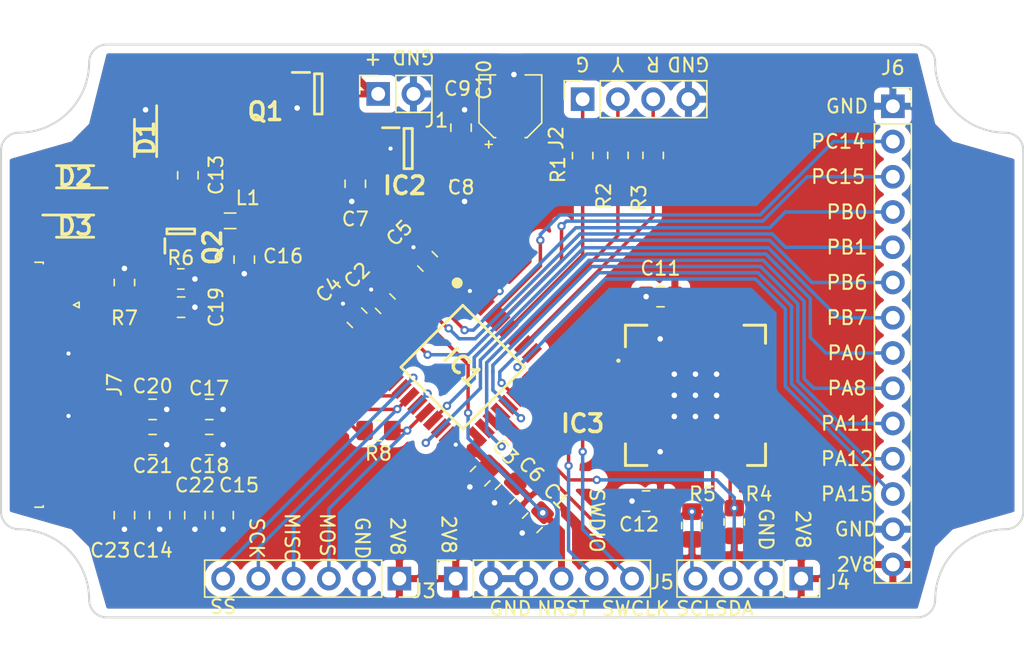
<source format=kicad_pcb>
(kicad_pcb (version 20171130) (host pcbnew "(5.1.8)-1")
  (layers (0 F.Cu signal) (31 B.Cu signal) (35 F.Paste user) (37 F.SilkS user) (38 B.Mask user) (39 F.Mask user) (44 Edge.Cuts user))
  (net 0 "")
  (net 1 NRST)
  (net 2 PC14)
  (net 3 PC15)
  (net 4 PA0)
  (net 5 ePaper_BUSY)
  (net 6 ePaper_DC#)
  (net 7 ePaper_RES#)
  (net 8 SPI1_NSS)
  (net 9 SPI1_SCK)
  (net 10 SPI1_MISO)
  (net 11 SPI1_MOSI)
  (net 12 PB0)
  (net 13 PB1)
  (net 14 PA8)
  (net 15 PA11)
  (net 16 PA12)
  (net 17 PA15)
  (net 18 PB6)
  (net 19 PB7)
  (net 20 +BATT)
  (net 21 ePaper_RESE)
  (net 22 GND)
  (net 23 "Net-(IC3-Pad1)")
  (net 24 "Net-(IC3-Pad2)")
  (net 25 "Net-(IC3-Pad3)")
  (net 26 "Net-(IC3-Pad4)")
  (net 27 "Net-(IC3-Pad5)")
  (net 28 "Net-(IC3-Pad8)")
  (net 29 "Net-(IC3-Pad11)")
  (net 30 "Net-(IC3-Pad12)")
  (net 31 "Net-(IC3-Pad13)")
  (net 32 "Net-(IC3-Pad14)")
  (net 33 "Net-(IC3-Pad15)")
  (net 34 "Net-(IC3-Pad16)")
  (net 35 "Net-(IC3-Pad17)")
  (net 36 "Net-(IC3-Pad18)")
  (net 37 "Net-(J7-Pad1)")
  (net 38 "Net-(J7-Pad4)")
  (net 39 "Net-(J7-Pad6)")
  (net 40 "Net-(J7-Pad7)")
  (net 41 +2V8)
  (net 42 "Net-(C7-Pad1)")
  (net 43 "Net-(C8-Pad1)")
  (net 44 "Net-(C14-Pad1)")
  (net 45 "Net-(C18-Pad1)")
  (net 46 "Net-(C19-Pad1)")
  (net 47 "Net-(C20-Pad1)")
  (net 48 "Net-(C21-Pad1)")
  (net 49 "Net-(C22-Pad1)")
  (net 50 "Net-(C23-Pad1)")
  (net 51 /SWCLK)
  (net 52 /SWDIO)
  (net 53 /I2C1_SDA)
  (net 54 /I2C1_SCL)
  (net 55 "Net-(J7-Pad14)")
  (net 56 "Net-(IC1-Pad28)")
  (net 57 "Net-(IC1-Pad27)")
  (net 58 "Net-(IC1-Pad26)")
  (net 59 /LED_G)
  (net 60 /LED_Y)
  (net 61 /LED_R)
  (net 62 "Net-(J7-Pad2)")
  (net 63 "Net-(C13-Pad2)")
  (net 64 "Net-(C13-Pad1)")
  (net 65 "Net-(C15-Pad1)")
  (module Capacitor_SMD:C_0805_2012Metric_Pad1.18x1.45mm_HandSolder (layer F.Cu) (at 115.758426 108.755784 45)
    (fp_text reference C1 (at 2.591799 -0.164197 315) (layer F.SilkS))
    (fp_text value 100nF)
    (pad 2 smd roundrect (at 1.0375 0 45) (size 1.175 1.45) (layers F.Cu F.Paste F.Mask) (roundrect_rratio 0.2127659574468085) (net 1 NRST))
    (pad 1 smd roundrect (at -1.0375 0 45) (size 1.175 1.45) (layers F.Cu F.Paste F.Mask) (roundrect_rratio 0.2127659574468085) (net 22 GND))
  )
  (module Connector_PinSocket_2.54mm:PinSocket_1x06_P2.54mm_Vertical (layer F.Cu) (at 110.236 112.776 90)
    (fp_text reference J5 (at -0.254 14.859 180) (layer F.SilkS))
    (fp_text value Conn_01x06_Male)
    (pad 1 thru_hole rect (at 0 0 90) (size 1.7 1.7) (drill 1) (layers *.Cu *.Mask) (net 41 +2V8))
    (pad 2 thru_hole oval (at 0 2.54 90) (size 1.7 1.7) (drill 1) (layers *.Cu *.Mask) (net 22 GND))
    (pad 3 thru_hole oval (at 0 5.08 90) (size 1.7 1.7) (drill 1) (layers *.Cu *.Mask) (net 22 GND))
    (pad 4 thru_hole oval (at 0 7.62 90) (size 1.7 1.7) (drill 1) (layers *.Cu *.Mask) (net 1 NRST))
    (pad 5 thru_hole oval (at 0 10.16 90) (size 1.7 1.7) (drill 1) (layers *.Cu *.Mask) (net 52 /SWDIO))
    (pad 6 thru_hole oval (at 0 12.7 90) (size 1.7 1.7) (drill 1) (layers *.Cu *.Mask) (net 51 /SWCLK))
  )
  (module Connector_PinSocket_2.54mm:PinSocket_1x06_P2.54mm_Vertical (layer F.Cu) (at 106.172 112.776 270)
    (fp_text reference J3 (at 0.889 -1.778 180) (layer F.SilkS))
    (fp_text value Conn_01x06_Male)
    (pad 6 thru_hole oval (at 0 12.7 270) (size 1.7 1.7) (drill 1) (layers *.Cu *.Mask) (net 8 SPI1_NSS))
    (pad 5 thru_hole oval (at 0 10.16 270) (size 1.7 1.7) (drill 1) (layers *.Cu *.Mask) (net 9 SPI1_SCK))
    (pad 4 thru_hole oval (at 0 7.62 270) (size 1.7 1.7) (drill 1) (layers *.Cu *.Mask) (net 10 SPI1_MISO))
    (pad 3 thru_hole oval (at 0 5.08 270) (size 1.7 1.7) (drill 1) (layers *.Cu *.Mask) (net 11 SPI1_MOSI))
    (pad 2 thru_hole oval (at 0 2.54 270) (size 1.7 1.7) (drill 1) (layers *.Cu *.Mask) (net 22 GND))
    (pad 1 thru_hole rect (at 0 0 270) (size 1.7 1.7) (drill 1) (layers *.Cu *.Mask) (net 41 +2V8))
  )
  (module Capacitor_SMD:C_0805_2012Metric_Pad1.18x1.45mm_HandSolder (layer F.Cu) (at 110.617 84.328 270)
    (fp_text reference C8 (at 0.254 0 180) (layer F.SilkS))
    (fp_text value 470pF)
    (pad 2 smd roundrect (at 1.0375 0 270) (size 1.175 1.45) (layers F.Cu F.Paste F.Mask) (roundrect_rratio 0.2127659574468085) (net 22 GND))
    (pad 1 smd roundrect (at -1.0375 0 270) (size 1.175 1.45) (layers F.Cu F.Paste F.Mask) (roundrect_rratio 0.2127659574468085) (net 43 "Net-(C8-Pad1)"))
  )
  (module Capacitor_SMD:C_0805_2012Metric_Pad1.18x1.45mm_HandSolder (layer F.Cu) (at 86.36 108.204 270)
    (fp_text reference C23 (at 2.54 1.016 180) (layer F.SilkS))
    (fp_text value 1uF/50V)
    (pad 1 smd roundrect (at -1.0375 0 270) (size 1.175 1.45) (layers F.Cu F.Paste F.Mask) (roundrect_rratio 0.2127659574468085) (net 50 "Net-(C23-Pad1)"))
    (pad 2 smd roundrect (at 1.0375 0 270) (size 1.175 1.45) (layers F.Cu F.Paste F.Mask) (roundrect_rratio 0.2127659574468085) (net 22 GND))
  )
  (module Capacitor_SMD:C_0805_2012Metric_Pad1.18x1.45mm_HandSolder (layer F.Cu) (at 88.9 108.204 270)
    (fp_text reference C14 (at 2.54 0.508 180) (layer F.SilkS))
    (fp_text value 1uF/50V)
    (pad 1 smd roundrect (at -1.0375 0 270) (size 1.175 1.45) (layers F.Cu F.Paste F.Mask) (roundrect_rratio 0.2127659574468085) (net 44 "Net-(C14-Pad1)"))
    (pad 2 smd roundrect (at 1.0375 0 270) (size 1.175 1.45) (layers F.Cu F.Paste F.Mask) (roundrect_rratio 0.2127659574468085) (net 22 GND))
  )
  (module Capacitor_SMD:C_0805_2012Metric_Pad1.18x1.45mm_HandSolder (layer F.Cu) (at 91.44 108.204 270)
    (fp_text reference C22 (at -2.159 0 180) (layer F.SilkS))
    (fp_text value 1uF/50V)
    (pad 1 smd roundrect (at -1.0375 0 270) (size 1.175 1.45) (layers F.Cu F.Paste F.Mask) (roundrect_rratio 0.2127659574468085) (net 49 "Net-(C22-Pad1)"))
    (pad 2 smd roundrect (at 1.0375 0 270) (size 1.175 1.45) (layers F.Cu F.Paste F.Mask) (roundrect_rratio 0.2127659574468085) (net 22 GND))
  )
  (module Capacitor_SMD:C_0805_2012Metric_Pad1.18x1.45mm_HandSolder (layer F.Cu) (at 88.392 103.124)
    (fp_text reference C21 (at 0 1.524) (layer F.SilkS))
    (fp_text value 1uF/50V)
    (pad 2 smd roundrect (at 1.0375 0) (size 1.175 1.45) (layers F.Cu F.Paste F.Mask) (roundrect_rratio 0.2127659574468085) (net 22 GND))
    (pad 1 smd roundrect (at -1.0375 0) (size 1.175 1.45) (layers F.Cu F.Paste F.Mask) (roundrect_rratio 0.2127659574468085) (net 48 "Net-(C21-Pad1)"))
  )
  (module Capacitor_SMD:C_0805_2012Metric_Pad1.18x1.45mm_HandSolder (layer F.Cu) (at 88.392 100.584)
    (fp_text reference C20 (at 0 -1.68) (layer F.SilkS))
    (fp_text value 1uF/50V)
    (pad 1 smd roundrect (at -1.0375 0) (size 1.175 1.45) (layers F.Cu F.Paste F.Mask) (roundrect_rratio 0.2127659574468085) (net 47 "Net-(C20-Pad1)"))
    (pad 2 smd roundrect (at 1.0375 0) (size 1.175 1.45) (layers F.Cu F.Paste F.Mask) (roundrect_rratio 0.2127659574468085) (net 22 GND))
  )
  (module Capacitor_SMD:C_0805_2012Metric_Pad1.18x1.45mm_HandSolder (layer F.Cu) (at 92.4775 100.584)
    (fp_text reference C17 (at -0.0215 -1.524) (layer F.SilkS))
    (fp_text value 1uF/50V)
    (pad 2 smd roundrect (at 1.0375 0) (size 1.175 1.45) (layers F.Cu F.Paste F.Mask) (roundrect_rratio 0.2127659574468085) (net 22 GND))
    (pad 1 smd roundrect (at -1.0375 0) (size 1.175 1.45) (layers F.Cu F.Paste F.Mask) (roundrect_rratio 0.2127659574468085) (net 41 +2V8))
  )
  (module Capacitor_SMD:C_0805_2012Metric_Pad1.18x1.45mm_HandSolder (layer F.Cu) (at 90.4455 93.218)
    (fp_text reference C19 (at 2.5185 0 90) (layer F.SilkS))
    (fp_text value 1uF/50V)
    (pad 2 smd roundrect (at 1.0375 0) (size 1.175 1.45) (layers F.Cu F.Paste F.Mask) (roundrect_rratio 0.2127659574468085) (net 22 GND))
    (pad 1 smd roundrect (at -1.0375 0) (size 1.175 1.45) (layers F.Cu F.Paste F.Mask) (roundrect_rratio 0.2127659574468085) (net 46 "Net-(C19-Pad1)"))
  )
  (module Capacitor_SMD:C_0805_2012Metric_Pad1.18x1.45mm_HandSolder (layer F.Cu) (at 94.996 89.789 270)
    (fp_text reference C16 (at -0.254 -2.794 180) (layer F.SilkS))
    (fp_text value 4.7uF/50V)
    (pad 2 smd roundrect (at 1.0375 0 270) (size 1.175 1.45) (layers F.Cu F.Paste F.Mask) (roundrect_rratio 0.2127659574468085) (net 22 GND))
    (pad 1 smd roundrect (at -1.0375 0 270) (size 1.175 1.45) (layers F.Cu F.Paste F.Mask) (roundrect_rratio 0.2127659574468085) (net 41 +2V8))
  )
  (module Capacitor_SMD:C_0805_2012Metric_Pad1.18x1.45mm_HandSolder (layer F.Cu) (at 93.472 108.204 270)
    (fp_text reference C15 (at -2.159 -1.143 180) (layer F.SilkS))
    (fp_text value 1uF/50V)
    (pad 1 smd roundrect (at -1.0375 0 270) (size 1.175 1.45) (layers F.Cu F.Paste F.Mask) (roundrect_rratio 0.2127659574468085) (net 65 "Net-(C15-Pad1)"))
    (pad 2 smd roundrect (at 1.0375 0 270) (size 1.175 1.45) (layers F.Cu F.Paste F.Mask) (roundrect_rratio 0.2127659574468085) (net 22 GND))
  )
  (module Capacitor_SMD:C_0805_2012Metric_Pad1.18x1.45mm_HandSolder (layer F.Cu) (at 92.4775 103.124)
    (fp_text reference C18 (at 0 1.524) (layer F.SilkS))
    (fp_text value 1uF/50V)
    (pad 1 smd roundrect (at -1.0375 0) (size 1.175 1.45) (layers F.Cu F.Paste F.Mask) (roundrect_rratio 0.2127659574468085) (net 45 "Net-(C18-Pad1)"))
    (pad 2 smd roundrect (at 1.0375 0) (size 1.175 1.45) (layers F.Cu F.Paste F.Mask) (roundrect_rratio 0.2127659574468085) (net 22 GND))
  )
  (module Capacitor_SMD:C_0805_2012Metric_Pad1.18x1.45mm_HandSolder (layer F.Cu) (at 90.932 83.7145 270)
    (fp_text reference C13 (at -0.0215 -2.032 90) (layer F.SilkS))
    (fp_text value 4.7uF/50V)
    (pad 2 smd roundrect (at 1.0375 0 270) (size 1.175 1.45) (layers F.Cu F.Paste F.Mask) (roundrect_rratio 0.2127659574468085) (net 63 "Net-(C13-Pad2)"))
    (pad 1 smd roundrect (at -1.0375 0 270) (size 1.175 1.45) (layers F.Cu F.Paste F.Mask) (roundrect_rratio 0.2127659574468085) (net 64 "Net-(C13-Pad1)"))
  )
  (module Capacitor_SMD:C_0805_2012Metric_Pad1.18x1.45mm_HandSolder (layer F.Cu) (at 102.997 84.328 270)
    (fp_text reference C7 (at 2.54 0 180) (layer F.SilkS))
    (fp_text value 1uF)
    (pad 2 smd roundrect (at 1.0375 0 270) (size 1.175 1.45) (layers F.Cu F.Paste F.Mask) (roundrect_rratio 0.2127659574468085) (net 22 GND))
    (pad 1 smd roundrect (at -1.0375 0 270) (size 1.175 1.45) (layers F.Cu F.Paste F.Mask) (roundrect_rratio 0.2127659574468085) (net 42 "Net-(C7-Pad1)"))
  )
  (module Capacitor_SMD:C_0805_2012Metric_Pad1.18x1.45mm_HandSolder (layer F.Cu) (at 110.617 80.2855 90)
    (fp_text reference C9 (at 2.8155 -0.254 180) (layer F.SilkS))
    (fp_text value 1uF)
    (pad 1 smd roundrect (at -1.0375 0 90) (size 1.175 1.45) (layers F.Cu F.Paste F.Mask) (roundrect_rratio 0.2127659574468085) (net 41 +2V8))
    (pad 2 smd roundrect (at 1.0375 0 90) (size 1.175 1.45) (layers F.Cu F.Paste F.Mask) (roundrect_rratio 0.2127659574468085) (net 22 GND))
  )
  (module Capacitor_SMD:C_0805_2012Metric_Pad1.18x1.45mm_HandSolder (layer F.Cu) (at 108.204 89.916 135)
    (fp_text reference C5 (at 2.873682 0 225) (layer F.SilkS))
    (fp_text value 100nF)
    (pad 2 smd roundrect (at 1.0375 0 135) (size 1.175 1.45) (layers F.Cu F.Paste F.Mask) (roundrect_rratio 0.2127659574468085) (net 22 GND))
    (pad 1 smd roundrect (at -1.0375 0 135) (size 1.175 1.45) (layers F.Cu F.Paste F.Mask) (roundrect_rratio 0.2127659574468085) (net 41 +2V8))
  )
  (module Capacitor_SMD:C_0805_2012Metric_Pad1.18x1.45mm_HandSolder (layer F.Cu) (at 111.995949 105.391949 225)
    (fp_text reference C3 (at -2.514472 -0.025528 315) (layer F.SilkS))
    (fp_text value 100nF)
    (pad 1 smd roundrect (at -1.0375 0 225) (size 1.175 1.45) (layers F.Cu F.Paste F.Mask) (roundrect_rratio 0.2127659574468085) (net 41 +2V8))
    (pad 2 smd roundrect (at 1.0375 0 225) (size 1.175 1.45) (layers F.Cu F.Paste F.Mask) (roundrect_rratio 0.2127659574468085) (net 22 GND))
  )
  (module Capacitor_SMD:C_0805_2012Metric_Pad1.18x1.45mm_HandSolder (layer F.Cu) (at 113.792 106.68 225)
    (fp_text reference C6 (at -2.604274 -0.089803 135) (layer F.SilkS))
    (fp_text value 10uF)
    (pad 1 smd roundrect (at -1.0375 0 225) (size 1.175 1.45) (layers F.Cu F.Paste F.Mask) (roundrect_rratio 0.2127659574468085) (net 41 +2V8))
    (pad 2 smd roundrect (at 1.0375 0 225) (size 1.175 1.45) (layers F.Cu F.Paste F.Mask) (roundrect_rratio 0.2127659574468085) (net 22 GND))
  )
  (module Capacitor_SMD:C_0805_2012Metric_Pad1.18x1.45mm_HandSolder (layer F.Cu) (at 124.9895 92.456 180)
    (fp_text reference C11 (at 0 2.032) (layer F.SilkS))
    (fp_text value 100nF)
    (pad 2 smd roundrect (at 1.0375 0 180) (size 1.175 1.45) (layers F.Cu F.Paste F.Mask) (roundrect_rratio 0.2127659574468085) (net 22 GND))
    (pad 1 smd roundrect (at -1.0375 0 180) (size 1.175 1.45) (layers F.Cu F.Paste F.Mask) (roundrect_rratio 0.2127659574468085) (net 41 +2V8))
  )
  (module Capacitor_SMD:C_0805_2012Metric_Pad1.18x1.45mm_HandSolder (layer F.Cu) (at 103.124 93.98 135)
    (fp_text reference C4 (at 2.873682 0 225) (layer F.SilkS))
    (fp_text value 1uF)
    (pad 1 smd roundrect (at -1.0375 0 135) (size 1.175 1.45) (layers F.Cu F.Paste F.Mask) (roundrect_rratio 0.2127659574468085) (net 41 +2V8))
    (pad 2 smd roundrect (at 1.0375 0 135) (size 1.175 1.45) (layers F.Cu F.Paste F.Mask) (roundrect_rratio 0.2127659574468085) (net 22 GND))
  )
  (module Capacitor_SMD:C_0805_2012Metric_Pad1.18x1.45mm_HandSolder (layer F.Cu) (at 123.952 107.188 180)
    (fp_text reference C12 (at 0.508 -1.68) (layer F.SilkS))
    (fp_text value 100nF)
    (pad 1 smd roundrect (at -1.0375 0 180) (size 1.175 1.45) (layers F.Cu F.Paste F.Mask) (roundrect_rratio 0.2127659574468085) (net 41 +2V8))
    (pad 2 smd roundrect (at 1.0375 0 180) (size 1.175 1.45) (layers F.Cu F.Paste F.Mask) (roundrect_rratio 0.2127659574468085) (net 22 GND))
  )
  (module Capacitor_SMD:C_0805_2012Metric_Pad1.18x1.45mm_HandSolder (layer F.Cu) (at 105.156 92.964 135)
    (fp_text reference C2 (at 2.873682 0 225) (layer F.SilkS))
    (fp_text value 100nF)
    (pad 2 smd roundrect (at 1.0375 0 135) (size 1.175 1.45) (layers F.Cu F.Paste F.Mask) (roundrect_rratio 0.2127659574468085) (net 22 GND))
    (pad 1 smd roundrect (at -1.0375 0 135) (size 1.175 1.45) (layers F.Cu F.Paste F.Mask) (roundrect_rratio 0.2127659574468085) (net 41 +2V8))
  )
  (module SamacSys_Parts:SOD3716X135N (layer F.Cu) (at 82.804 87.376)
    (fp_text reference D3 (at 0 0) (layer F.SilkS) (effects (font (size 1.27 1.27) (thickness 0.254))))
    (fp_text value NRVB0540T3G hide)
    (pad 1 smd rect (at -1.75 0 90) (size 0.8 1.15) (layers F.Cu F.Paste F.Mask) (net 65 "Net-(C15-Pad1)"))
    (pad 2 smd rect (at 1.75 0 90) (size 0.8 1.15) (layers F.Cu F.Paste F.Mask) (net 63 "Net-(C13-Pad2)"))
  )
  (module SamacSys_Parts:SOD3716X135N (layer F.Cu) (at 87.884 81.026 270)
    (fp_text reference D1 (at 0 0 90) (layer F.SilkS) (effects (font (size 1.27 1.27) (thickness 0.254))))
    (fp_text value NRVB0540T3G hide)
    (pad 2 smd rect (at 1.75 0) (size 0.8 1.15) (layers F.Cu F.Paste F.Mask) (net 64 "Net-(C13-Pad1)"))
    (pad 1 smd rect (at -1.75 0) (size 0.8 1.15) (layers F.Cu F.Paste F.Mask) (net 22 GND))
  )
  (module SamacSys_Parts:SOD3716X135N (layer F.Cu) (at 82.804 83.82 180)
    (fp_text reference D2 (at 0 0) (layer F.SilkS) (effects (font (size 1.27 1.27) (thickness 0.254))))
    (fp_text value NRVB0540T3G hide)
    (pad 2 smd rect (at 1.75 0 270) (size 0.8 1.15) (layers F.Cu F.Paste F.Mask) (net 44 "Net-(C14-Pad1)"))
    (pad 1 smd rect (at -1.75 0 270) (size 0.8 1.15) (layers F.Cu F.Paste F.Mask) (net 64 "Net-(C13-Pad1)"))
  )
  (module SamacSys_Parts:SOT95P280X145-5N (layer F.Cu) (at 106.807 81.788)
    (fp_text reference IC2 (at -0.254 2.667) (layer F.SilkS) (effects (font (size 1.27 1.27) (thickness 0.254))))
    (fp_text value MIC5219-2.8YM5-TR hide)
    (pad 1 smd rect (at -1.25 -0.95 90) (size 0.6 1.2) (layers F.Cu F.Paste F.Mask) (net 42 "Net-(C7-Pad1)"))
    (pad 2 smd rect (at -1.25 0 90) (size 0.6 1.2) (layers F.Cu F.Paste F.Mask) (net 22 GND))
    (pad 3 smd rect (at -1.25 0.95 90) (size 0.6 1.2) (layers F.Cu F.Paste F.Mask) (net 42 "Net-(C7-Pad1)"))
    (pad 4 smd rect (at 1.25 0.95 90) (size 0.6 1.2) (layers F.Cu F.Paste F.Mask) (net 43 "Net-(C8-Pad1)"))
    (pad 5 smd rect (at 1.25 -0.95 90) (size 0.6 1.2) (layers F.Cu F.Paste F.Mask) (net 41 +2V8))
  )
  (module SamacSys_Parts:SCD41DR2 (layer F.Cu) (at 127.508 99.568)
    (fp_text reference IC3 (at -8.128 2.032) (layer F.SilkS) (effects (font (size 1.27 1.27) (thickness 0.254))))
    (fp_text value SCD41-D-R2 hide)
    (pad 1 smd rect (at -4 -2.5 90) (size 0.8 1.5) (layers F.Cu F.Paste F.Mask) (net 23 "Net-(IC3-Pad1)"))
    (pad 2 smd rect (at -4 -1.25 90) (size 0.8 1.5) (layers F.Cu F.Paste F.Mask) (net 24 "Net-(IC3-Pad2)"))
    (pad 3 smd rect (at -4 0 90) (size 0.8 1.5) (layers F.Cu F.Paste F.Mask) (net 25 "Net-(IC3-Pad3)"))
    (pad 4 smd rect (at -4 1.25 90) (size 0.8 1.5) (layers F.Cu F.Paste F.Mask) (net 26 "Net-(IC3-Pad4)"))
    (pad 5 smd rect (at -4 2.5 90) (size 0.8 1.5) (layers F.Cu F.Paste F.Mask) (net 27 "Net-(IC3-Pad5)"))
    (pad 6 smd rect (at -2.5 4) (size 0.8 1.5) (layers F.Cu F.Paste F.Mask) (net 22 GND))
    (pad 7 smd rect (at -1.25 4) (size 0.8 1.5) (layers F.Cu F.Paste F.Mask) (net 41 +2V8))
    (pad 8 smd rect (at 0 4) (size 0.8 1.5) (layers F.Cu F.Paste F.Mask) (net 28 "Net-(IC3-Pad8)"))
    (pad 9 smd rect (at 1.25 4) (size 0.8 1.5) (layers F.Cu F.Paste F.Mask) (net 54 /I2C1_SCL))
    (pad 10 smd rect (at 2.5 4) (size 0.8 1.5) (layers F.Cu F.Paste F.Mask) (net 53 /I2C1_SDA))
    (pad 11 smd rect (at 4 2.5 90) (size 0.8 1.5) (layers F.Cu F.Paste F.Mask) (net 29 "Net-(IC3-Pad11)"))
    (pad 12 smd rect (at 4 1.25 90) (size 0.8 1.5) (layers F.Cu F.Paste F.Mask) (net 30 "Net-(IC3-Pad12)"))
    (pad 13 smd rect (at 4 0 90) (size 0.8 1.5) (layers F.Cu F.Paste F.Mask) (net 31 "Net-(IC3-Pad13)"))
    (pad 14 smd rect (at 4 -1.25 90) (size 0.8 1.5) (layers F.Cu F.Paste F.Mask) (net 32 "Net-(IC3-Pad14)"))
    (pad 15 smd rect (at 4 -2.5 90) (size 0.8 1.5) (layers F.Cu F.Paste F.Mask) (net 33 "Net-(IC3-Pad15)"))
    (pad 16 smd rect (at 2.5 -4) (size 0.8 1.5) (layers F.Cu F.Paste F.Mask) (net 34 "Net-(IC3-Pad16)"))
    (pad 17 smd rect (at 1.25 -4) (size 0.8 1.5) (layers F.Cu F.Paste F.Mask) (net 35 "Net-(IC3-Pad17)"))
    (pad 18 smd rect (at 0 -4) (size 0.8 1.5) (layers F.Cu F.Paste F.Mask) (net 36 "Net-(IC3-Pad18)"))
    (pad 19 smd rect (at -1.25 -4) (size 0.8 1.5) (layers F.Cu F.Paste F.Mask) (net 41 +2V8))
    (pad 20 smd rect (at -2.5 -4) (size 0.8 1.5) (layers F.Cu F.Paste F.Mask) (net 22 GND))
    (pad 21 smd rect (at 0 0 90) (size 4.8 4.8) (layers F.Cu F.Paste F.Mask) (net 22 GND))
  )
  (module SamacSys_Parts:QFP80P900X900X160-32N (layer F.Cu) (at 110.744 97.536 315)
    (fp_text reference IC1 (at 0 0 135) (layer F.SilkS) (effects (font (size 1.27 1.27) (thickness 0.254))))
    (fp_text value STM32L011K4T6D hide)
    (pad 32 smd rect (at -2.8 -4.238 315) (size 0.6 1.475) (layers F.Cu F.Paste F.Mask) (net 22 GND))
    (pad 31 smd rect (at -2 -4.238 315) (size 0.6 1.475) (layers F.Cu F.Paste F.Mask) (net 22 GND))
    (pad 30 smd rect (at -1.2 -4.238 315) (size 0.6 1.475) (layers F.Cu F.Paste F.Mask) (net 19 PB7))
    (pad 29 smd rect (at -0.4 -4.238 315) (size 0.6 1.475) (layers F.Cu F.Paste F.Mask) (net 18 PB6))
    (pad 28 smd rect (at 0.4 -4.238 315) (size 0.6 1.475) (layers F.Cu F.Paste F.Mask) (net 56 "Net-(IC1-Pad28)"))
    (pad 27 smd rect (at 1.2 -4.238 315) (size 0.6 1.475) (layers F.Cu F.Paste F.Mask) (net 57 "Net-(IC1-Pad27)"))
    (pad 26 smd rect (at 2 -4.238 315) (size 0.6 1.475) (layers F.Cu F.Paste F.Mask) (net 58 "Net-(IC1-Pad26)"))
    (pad 25 smd rect (at 2.8 -4.238 315) (size 0.6 1.475) (layers F.Cu F.Paste F.Mask) (net 17 PA15))
    (pad 24 smd rect (at 4.238 -2.8 45) (size 0.6 1.475) (layers F.Cu F.Paste F.Mask) (net 51 /SWCLK))
    (pad 23 smd rect (at 4.238 -2 45) (size 0.6 1.475) (layers F.Cu F.Paste F.Mask) (net 52 /SWDIO))
    (pad 22 smd rect (at 4.238 -1.2 45) (size 0.6 1.475) (layers F.Cu F.Paste F.Mask) (net 16 PA12))
    (pad 21 smd rect (at 4.238 -0.4 45) (size 0.6 1.475) (layers F.Cu F.Paste F.Mask) (net 15 PA11))
    (pad 20 smd rect (at 4.238 0.4 45) (size 0.6 1.475) (layers F.Cu F.Paste F.Mask) (net 53 /I2C1_SDA))
    (pad 19 smd rect (at 4.238 1.2 45) (size 0.6 1.475) (layers F.Cu F.Paste F.Mask) (net 54 /I2C1_SCL))
    (pad 18 smd rect (at 4.238 2 45) (size 0.6 1.475) (layers F.Cu F.Paste F.Mask) (net 14 PA8))
    (pad 17 smd rect (at 4.238 2.8 45) (size 0.6 1.475) (layers F.Cu F.Paste F.Mask) (net 41 +2V8))
    (pad 16 smd rect (at 2.8 4.238 315) (size 0.6 1.475) (layers F.Cu F.Paste F.Mask) (net 22 GND))
    (pad 15 smd rect (at 2 4.238 315) (size 0.6 1.475) (layers F.Cu F.Paste F.Mask) (net 13 PB1))
    (pad 14 smd rect (at 1.2 4.238 315) (size 0.6 1.475) (layers F.Cu F.Paste F.Mask) (net 12 PB0))
    (pad 13 smd rect (at 0.4 4.238 315) (size 0.6 1.475) (layers F.Cu F.Paste F.Mask) (net 11 SPI1_MOSI))
    (pad 12 smd rect (at -0.4 4.238 315) (size 0.6 1.475) (layers F.Cu F.Paste F.Mask) (net 10 SPI1_MISO))
    (pad 11 smd rect (at -1.2 4.238 315) (size 0.6 1.475) (layers F.Cu F.Paste F.Mask) (net 9 SPI1_SCK))
    (pad 10 smd rect (at -2 4.238 315) (size 0.6 1.475) (layers F.Cu F.Paste F.Mask) (net 8 SPI1_NSS))
    (pad 9 smd rect (at -2.8 4.238 315) (size 0.6 1.475) (layers F.Cu F.Paste F.Mask) (net 6 ePaper_DC#))
    (pad 8 smd rect (at -4.238 2.8 45) (size 0.6 1.475) (layers F.Cu F.Paste F.Mask) (net 7 ePaper_RES#))
    (pad 7 smd rect (at -4.238 2 45) (size 0.6 1.475) (layers F.Cu F.Paste F.Mask) (net 5 ePaper_BUSY))
    (pad 6 smd rect (at -4.238 1.2 45) (size 0.6 1.475) (layers F.Cu F.Paste F.Mask) (net 4 PA0))
    (pad 5 smd rect (at -4.238 0.4 45) (size 0.6 1.475) (layers F.Cu F.Paste F.Mask) (net 41 +2V8))
    (pad 4 smd rect (at -4.238 -0.4 45) (size 0.6 1.475) (layers F.Cu F.Paste F.Mask) (net 1 NRST))
    (pad 3 smd rect (at -4.238 -1.2 45) (size 0.6 1.475) (layers F.Cu F.Paste F.Mask) (net 3 PC15))
    (pad 2 smd rect (at -4.238 -2 45) (size 0.6 1.475) (layers F.Cu F.Paste F.Mask) (net 2 PC14))
    (pad 1 smd rect (at -4.238 -2.8 45) (size 0.6 1.475) (layers F.Cu F.Paste F.Mask) (net 41 +2V8))
  )
  (module Connector_PinSocket_2.54mm:PinSocket_1x04_P2.54mm_Vertical (layer F.Cu) (at 135.128 112.776 270)
    (fp_text reference J4 (at 0.254 -2.667 180) (layer F.SilkS))
    (fp_text value Conn_01x04_Male)
    (pad 4 thru_hole oval (at 0 7.62 270) (size 1.7 1.7) (drill 1) (layers *.Cu *.Mask) (net 54 /I2C1_SCL))
    (pad 3 thru_hole oval (at 0 5.08 270) (size 1.7 1.7) (drill 1) (layers *.Cu *.Mask) (net 53 /I2C1_SDA))
    (pad 2 thru_hole oval (at 0 2.54 270) (size 1.7 1.7) (drill 1) (layers *.Cu *.Mask) (net 22 GND))
    (pad 1 thru_hole rect (at 0 0 270) (size 1.7 1.7) (drill 1) (layers *.Cu *.Mask) (net 41 +2V8))
  )
  (module Connector_PinSocket_2.54mm:PinSocket_1x02_P2.54mm_Vertical (layer F.Cu) (at 104.648 77.851 90)
    (fp_text reference J1 (at -1.905 4.191 180) (layer F.SilkS))
    (fp_text value Conn_01x02_Male)
    (pad 1 thru_hole rect (at 0 0 90) (size 1.7 1.7) (drill 1) (layers *.Cu *.Mask) (net 20 +BATT))
    (pad 2 thru_hole oval (at 0 2.54 90) (size 1.7 1.7) (drill 1) (layers *.Cu *.Mask) (net 22 GND))
  )
  (module Connector_FFC-FPC:TE_2-1734839-4_1x24-1MP_P0.5mm_Horizontal (layer F.Cu) (at 82.55 98.806 270)
    (fp_text reference J7 (at 0 -3.1 90) (layer F.SilkS))
    (fp_text value Conn_01x24_Female)
    (pad 1 smd rect (at -5.75 -1.35 270) (size 0.3 1.1) (layers F.Cu F.Paste F.Mask) (net 37 "Net-(J7-Pad1)"))
    (pad 2 smd rect (at -5.25 -1.35 270) (size 0.3 1.1) (layers F.Cu F.Paste F.Mask) (net 62 "Net-(J7-Pad2)"))
    (pad 3 smd rect (at -4.75 -1.35 270) (size 0.3 1.1) (layers F.Cu F.Paste F.Mask) (net 21 ePaper_RESE))
    (pad 4 smd rect (at -4.25 -1.35 270) (size 0.3 1.1) (layers F.Cu F.Paste F.Mask) (net 38 "Net-(J7-Pad4)"))
    (pad 5 smd rect (at -3.75 -1.35 270) (size 0.3 1.1) (layers F.Cu F.Paste F.Mask) (net 46 "Net-(C19-Pad1)"))
    (pad 6 smd rect (at -3.25 -1.35 270) (size 0.3 1.1) (layers F.Cu F.Paste F.Mask) (net 39 "Net-(J7-Pad6)"))
    (pad 7 smd rect (at -2.75 -1.35 270) (size 0.3 1.1) (layers F.Cu F.Paste F.Mask) (net 40 "Net-(J7-Pad7)"))
    (pad 8 smd rect (at -2.25 -1.35 270) (size 0.3 1.1) (layers F.Cu F.Paste F.Mask) (net 22 GND))
    (pad 9 smd rect (at -1.75 -1.35 270) (size 0.3 1.1) (layers F.Cu F.Paste F.Mask) (net 5 ePaper_BUSY))
    (pad 10 smd rect (at -1.25 -1.35 270) (size 0.3 1.1) (layers F.Cu F.Paste F.Mask) (net 7 ePaper_RES#))
    (pad 11 smd rect (at -0.75 -1.35 270) (size 0.3 1.1) (layers F.Cu F.Paste F.Mask) (net 6 ePaper_DC#))
    (pad 12 smd rect (at -0.25 -1.35 270) (size 0.3 1.1) (layers F.Cu F.Paste F.Mask) (net 8 SPI1_NSS))
    (pad 13 smd rect (at 0.25 -1.35 270) (size 0.3 1.1) (layers F.Cu F.Paste F.Mask) (net 9 SPI1_SCK))
    (pad 14 smd rect (at 0.75 -1.35 270) (size 0.3 1.1) (layers F.Cu F.Paste F.Mask) (net 55 "Net-(J7-Pad14)"))
    (pad 15 smd rect (at 1.25 -1.35 270) (size 0.3 1.1) (layers F.Cu F.Paste F.Mask) (net 41 +2V8))
    (pad 16 smd rect (at 1.75 -1.35 270) (size 0.3 1.1) (layers F.Cu F.Paste F.Mask) (net 41 +2V8))
    (pad 17 smd rect (at 2.25 -1.35 270) (size 0.3 1.1) (layers F.Cu F.Paste F.Mask) (net 22 GND))
    (pad 18 smd rect (at 2.75 -1.35 270) (size 0.3 1.1) (layers F.Cu F.Paste F.Mask) (net 47 "Net-(C20-Pad1)"))
    (pad 19 smd rect (at 3.25 -1.35 270) (size 0.3 1.1) (layers F.Cu F.Paste F.Mask) (net 45 "Net-(C18-Pad1)"))
    (pad 20 smd rect (at 3.75 -1.35 270) (size 0.3 1.1) (layers F.Cu F.Paste F.Mask) (net 48 "Net-(C21-Pad1)"))
    (pad 21 smd rect (at 4.25 -1.35 270) (size 0.3 1.1) (layers F.Cu F.Paste F.Mask) (net 65 "Net-(C15-Pad1)"))
    (pad 22 smd rect (at 4.75 -1.35 270) (size 0.3 1.1) (layers F.Cu F.Paste F.Mask) (net 49 "Net-(C22-Pad1)"))
    (pad 23 smd rect (at 5.25 -1.35 270) (size 0.3 1.1) (layers F.Cu F.Paste F.Mask) (net 44 "Net-(C14-Pad1)"))
    (pad 24 smd rect (at 5.75 -1.35 270) (size 0.3 1.1) (layers F.Cu F.Paste F.Mask) (net 50 "Net-(C23-Pad1)"))
    (pad MP smd rect (at -7.42 0.35 270) (size 2.3 3.1) (layers F.Cu F.Paste F.Mask))
    (pad MP smd rect (at 7.42 0.35 270) (size 2.3 3.1) (layers F.Cu F.Paste F.Mask))
  )
  (module Connector_PinSocket_2.54mm:PinSocket_1x04_P2.54mm_Vertical (layer F.Cu) (at 119.38 78.232 90)
    (fp_text reference J2 (at -2.794 -1.905 90) (layer F.SilkS))
    (fp_text value Conn_01x04_Male)
    (pad 1 thru_hole rect (at 0 0 90) (size 1.7 1.7) (drill 1) (layers *.Cu *.Mask) (net 59 /LED_G))
    (pad 2 thru_hole oval (at 0 2.54 90) (size 1.7 1.7) (drill 1) (layers *.Cu *.Mask) (net 60 /LED_Y))
    (pad 3 thru_hole oval (at 0 5.08 90) (size 1.7 1.7) (drill 1) (layers *.Cu *.Mask) (net 61 /LED_R))
    (pad 4 thru_hole oval (at 0 7.62 90) (size 1.7 1.7) (drill 1) (layers *.Cu *.Mask) (net 22 GND))
  )
  (module Connector_PinSocket_2.54mm:PinSocket_1x14_P2.54mm_Vertical (layer F.Cu) (at 141.732 78.74)
    (fp_text reference J6 (at 0 -2.77) (layer F.SilkS))
    (fp_text value Conn_01x14_Male)
    (pad 1 thru_hole rect (at 0 0) (size 1.7 1.7) (drill 1) (layers *.Cu *.Mask) (net 22 GND))
    (pad 2 thru_hole oval (at 0 2.54) (size 1.7 1.7) (drill 1) (layers *.Cu *.Mask) (net 19 PB7))
    (pad 3 thru_hole oval (at 0 5.08) (size 1.7 1.7) (drill 1) (layers *.Cu *.Mask) (net 18 PB6))
    (pad 4 thru_hole oval (at 0 7.62) (size 1.7 1.7) (drill 1) (layers *.Cu *.Mask) (net 2 PC14))
    (pad 5 thru_hole oval (at 0 10.16) (size 1.7 1.7) (drill 1) (layers *.Cu *.Mask) (net 3 PC15))
    (pad 6 thru_hole oval (at 0 12.7) (size 1.7 1.7) (drill 1) (layers *.Cu *.Mask) (net 4 PA0))
    (pad 7 thru_hole oval (at 0 15.24) (size 1.7 1.7) (drill 1) (layers *.Cu *.Mask) (net 12 PB0))
    (pad 8 thru_hole oval (at 0 17.78) (size 1.7 1.7) (drill 1) (layers *.Cu *.Mask) (net 13 PB1))
    (pad 9 thru_hole oval (at 0 20.32) (size 1.7 1.7) (drill 1) (layers *.Cu *.Mask) (net 14 PA8))
    (pad 10 thru_hole oval (at 0 22.86) (size 1.7 1.7) (drill 1) (layers *.Cu *.Mask) (net 15 PA11))
    (pad 11 thru_hole oval (at 0 25.4) (size 1.7 1.7) (drill 1) (layers *.Cu *.Mask) (net 16 PA12))
    (pad 12 thru_hole oval (at 0 27.94) (size 1.7 1.7) (drill 1) (layers *.Cu *.Mask) (net 17 PA15))
    (pad 13 thru_hole oval (at 0 30.48) (size 1.7 1.7) (drill 1) (layers *.Cu *.Mask) (net 22 GND))
    (pad 14 thru_hole oval (at 0 33.02) (size 1.7 1.7) (drill 1) (layers *.Cu *.Mask) (net 41 +2V8))
  )
  (module Inductor_SMD:L_0805_2012Metric_Pad1.05x1.20mm_HandSolder (layer F.Cu) (at 93.98 86.995 180)
    (fp_text reference L1 (at -1.27 1.651) (layer F.SilkS))
    (fp_text value "10uH 1A")
    (pad 1 smd roundrect (at -1.15 0 180) (size 1.05 1.2) (layers F.Cu F.Paste F.Mask) (roundrect_rratio 0.2380942857142857) (net 41 +2V8))
    (pad 2 smd roundrect (at 1.15 0 180) (size 1.05 1.2) (layers F.Cu F.Paste F.Mask) (roundrect_rratio 0.2380942857142857) (net 63 "Net-(C13-Pad2)"))
  )
  (module SamacSys_Parts:SOT95P275X110-6N (layer F.Cu) (at 100.33 77.851)
    (fp_text reference Q1 (at -3.81 1.27) (layer F.SilkS) (effects (font (size 1.27 1.27) (thickness 0.254))))
    (fp_text value PMN48XPA2X hide)
    (pad 1 smd rect (at -1.25 -0.95 90) (size 0.5 1.25) (layers F.Cu F.Paste F.Mask) (net 20 +BATT))
    (pad 2 smd rect (at -1.25 0 90) (size 0.5 1.25) (layers F.Cu F.Paste F.Mask) (net 20 +BATT))
    (pad 3 smd rect (at -1.25 0.95 90) (size 0.5 1.25) (layers F.Cu F.Paste F.Mask) (net 22 GND))
    (pad 4 smd rect (at 1.25 0.95 90) (size 0.5 1.25) (layers F.Cu F.Paste F.Mask) (net 42 "Net-(C7-Pad1)"))
    (pad 5 smd rect (at 1.25 0 90) (size 0.5 1.25) (layers F.Cu F.Paste F.Mask) (net 20 +BATT))
    (pad 6 smd rect (at 1.25 -0.95 90) (size 0.5 1.25) (layers F.Cu F.Paste F.Mask) (net 20 +BATT))
  )
  (module SamacSys_Parts:SOT65P210X110-3N (layer F.Cu) (at 90.424 87.757 90)
    (fp_text reference Q2 (at -1.143 2.286 90) (layer F.SilkS) (effects (font (size 1.27 1.27) (thickness 0.254))))
    (fp_text value SI1308EDL-T1-BE3 hide)
    (pad 1 smd rect (at -1.05 -0.65 180) (size 0.5 1.05) (layers F.Cu F.Paste F.Mask) (net 62 "Net-(J7-Pad2)"))
    (pad 2 smd rect (at -1.05 0.65 180) (size 0.5 1.05) (layers F.Cu F.Paste F.Mask) (net 21 ePaper_RESE))
    (pad 3 smd rect (at 1.05 0 180) (size 0.5 1.05) (layers F.Cu F.Paste F.Mask) (net 63 "Net-(C13-Pad2)"))
  )
  (module Resistor_SMD:R_0805_2012Metric_Pad1.20x1.40mm_HandSolder (layer F.Cu) (at 86.36 91.44 90)
    (fp_text reference R7 (at -2.556 0 180) (layer F.SilkS))
    (fp_text value 10k)
    (pad 2 smd roundrect (at 1 0 90) (size 1.2 1.4) (layers F.Cu F.Paste F.Mask) (roundrect_rratio 0.2083325) (net 22 GND))
    (pad 1 smd roundrect (at -1 0 90) (size 1.2 1.4) (layers F.Cu F.Paste F.Mask) (roundrect_rratio 0.2083325) (net 62 "Net-(J7-Pad2)"))
  )
  (module Resistor_SMD:R_0805_2012Metric_Pad1.20x1.40mm_HandSolder (layer F.Cu) (at 90.424 91.186)
    (fp_text reference R6 (at 0 -1.524) (layer F.SilkS))
    (fp_text value 3)
    (pad 1 smd roundrect (at -1 0) (size 1.2 1.4) (layers F.Cu F.Paste F.Mask) (roundrect_rratio 0.2083325) (net 21 ePaper_RESE))
    (pad 2 smd roundrect (at 1 0) (size 1.2 1.4) (layers F.Cu F.Paste F.Mask) (roundrect_rratio 0.2083325) (net 22 GND))
  )
  (module Resistor_SMD:R_0805_2012Metric_Pad1.20x1.40mm_HandSolder (layer F.Cu) (at 104.664 102.108 180)
    (fp_text reference R8 (at 0 -1.65) (layer F.SilkS))
    (fp_text value 1k)
    (pad 2 smd roundrect (at 1 0 180) (size 1.2 1.4) (layers F.Cu F.Paste F.Mask) (roundrect_rratio 0.2083325) (net 55 "Net-(J7-Pad14)"))
    (pad 1 smd roundrect (at -1 0 180) (size 1.2 1.4) (layers F.Cu F.Paste F.Mask) (roundrect_rratio 0.2083325) (net 11 SPI1_MOSI))
  )
  (module Resistor_SMD:R_0805_2012Metric_Pad1.20x1.40mm_HandSolder (layer F.Cu) (at 119.38 82.296 270)
    (fp_text reference R1 (at 1.016 1.778 90) (layer F.SilkS))
    (fp_text value 620)
    (pad 2 smd roundrect (at 1 0 270) (size 1.2 1.4) (layers F.Cu F.Paste F.Mask) (roundrect_rratio 0.2083325) (net 56 "Net-(IC1-Pad28)"))
    (pad 1 smd roundrect (at -1 0 270) (size 1.2 1.4) (layers F.Cu F.Paste F.Mask) (roundrect_rratio 0.2083325) (net 59 /LED_G))
  )
  (module Resistor_SMD:R_0805_2012Metric_Pad1.20x1.40mm_HandSolder (layer F.Cu) (at 121.92 82.28 270)
    (fp_text reference R2 (at 2.937 1.016 270) (layer F.SilkS))
    (fp_text value 620)
    (pad 1 smd roundrect (at -1 0 270) (size 1.2 1.4) (layers F.Cu F.Paste F.Mask) (roundrect_rratio 0.2083325) (net 60 /LED_Y))
    (pad 2 smd roundrect (at 1 0 270) (size 1.2 1.4) (layers F.Cu F.Paste F.Mask) (roundrect_rratio 0.2083325) (net 57 "Net-(IC1-Pad27)"))
  )
  (module Resistor_SMD:R_0805_2012Metric_Pad1.20x1.40mm_HandSolder (layer F.Cu) (at 124.46 82.28 270)
    (fp_text reference R3 (at 3.064 1.016 270) (layer F.SilkS))
    (fp_text value 1.2k)
    (pad 1 smd roundrect (at -1 0 270) (size 1.2 1.4) (layers F.Cu F.Paste F.Mask) (roundrect_rratio 0.2083325) (net 61 /LED_R))
    (pad 2 smd roundrect (at 1 0 270) (size 1.2 1.4) (layers F.Cu F.Paste F.Mask) (roundrect_rratio 0.2083325) (net 58 "Net-(IC1-Pad26)"))
  )
  (module Resistor_SMD:R_0805_2012Metric_Pad1.20x1.40mm_HandSolder (layer F.Cu) (at 127.254 108.95 90)
    (fp_text reference R5 (at 2.27 0.762 180) (layer F.SilkS))
    (fp_text value 10k)
    (pad 1 smd roundrect (at -1 0 90) (size 1.2 1.4) (layers F.Cu F.Paste F.Mask) (roundrect_rratio 0.2083325) (net 41 +2V8))
    (pad 2 smd roundrect (at 1 0 90) (size 1.2 1.4) (layers F.Cu F.Paste F.Mask) (roundrect_rratio 0.2083325) (net 54 /I2C1_SCL))
  )
  (module Resistor_SMD:R_0805_2012Metric_Pad1.20x1.40mm_HandSolder (layer F.Cu) (at 130.302 108.696 90)
    (fp_text reference R4 (at 2.016 1.778 180) (layer F.SilkS))
    (fp_text value 10k)
    (pad 2 smd roundrect (at 1 0 90) (size 1.2 1.4) (layers F.Cu F.Paste F.Mask) (roundrect_rratio 0.2083325) (net 53 /I2C1_SDA))
    (pad 1 smd roundrect (at -1 0 90) (size 1.2 1.4) (layers F.Cu F.Paste F.Mask) (roundrect_rratio 0.2083325) (net 41 +2V8))
  )
  (module Capacitor_SMD:CP_Elec_4x5.4 (layer F.Cu) (at 114.173 78.74 90)
    (fp_text reference C10 (at 1.905 -1.905 90) (layer F.SilkS))
    (fp_text value 22uF)
    (pad 1 smd roundrect (at -1.8 0 90) (size 2.6 1.6) (layers F.Cu F.Paste F.Mask) (roundrect_rratio 0.15625) (net 41 +2V8))
    (pad 2 smd roundrect (at 1.8 0 90) (size 2.6 1.6) (layers F.Cu F.Paste F.Mask) (roundrect_rratio 0.15625) (net 22 GND))
  )
  (gr_text + (at 104.267 75.311) (layer F.SilkS) (effects (font (size 1 1))))
  (gr_text GND (at 107.188 75.184 180) (layer F.SilkS) (effects (font (size 1 1))))
  (gr_text 2V8 (at 139.065 111.76) (layer F.SilkS) (effects (font (size 1 1))))
  (gr_text GND (at 139.065 109.22) (layer F.SilkS) (effects (font (size 1 1))))
  (gr_text PA15 (at 138.43 106.68) (layer F.SilkS) (effects (font (size 1 1))))
  (gr_text PA12 (at 138.43 104.14) (layer F.SilkS) (effects (font (size 1 1))))
  (gr_text PA11 (at 138.43 101.6) (layer F.SilkS) (effects (font (size 1 1))))
  (gr_text PA8 (at 138.43 99.06) (layer F.SilkS) (effects (font (size 1 1))))
  (gr_text PA0 (at 138.43 96.52) (layer F.SilkS) (effects (font (size 1 1))))
  (gr_text PB7 (at 138.43 93.98) (layer F.SilkS) (effects (font (size 1 1))))
  (gr_text PB6 (at 138.43 91.44) (layer F.SilkS) (effects (font (size 1 1))))
  (gr_text PB1 (at 138.43 88.9) (layer F.SilkS) (effects (font (size 1 1))))
  (gr_text PB0 (at 138.43 86.36) (layer F.SilkS) (effects (font (size 1 1))))
  (gr_text PC15 (at 137.795 83.82) (layer F.SilkS) (effects (font (size 1 1))))
  (gr_text PC14 (at 137.795 81.28) (layer F.SilkS) (effects (font (size 1 1))))
  (gr_text GND (at 138.43 78.74) (layer F.SilkS) (effects (font (size 1 1))))
  (gr_text SS (at 93.472 114.808) (layer F.SilkS) (effects (font (size 1 1))))
  (gr_text SCK (at 95.885 109.855 270) (layer F.SilkS) (effects (font (size 1 1))))
  (gr_text MISO (at 98.425 109.855 270) (layer F.SilkS) (effects (font (size 1 1))))
  (gr_text MOSI (at 100.965 109.855 270) (layer F.SilkS) (effects (font (size 1 1))))
  (gr_text GND (at 103.505 109.855 270) (layer F.SilkS) (effects (font (size 1 1))))
  (gr_text 2V8 (at 106.045 109.728 270) (layer F.SilkS) (effects (font (size 1 1))))
  (gr_text SWCLK (at 123.19 114.935) (layer F.SilkS) (effects (font (size 1 1))))
  (gr_text SWDIO (at 120.396 108.585 270) (layer F.SilkS) (effects (font (size 1 1))))
  (gr_text NRST (at 117.983 114.935) (layer F.SilkS) (effects (font (size 1 1))))
  (gr_text GND (at 114.173 114.935) (layer F.SilkS) (effects (font (size 1 1))))
  (gr_text 2V8 (at 109.728 109.601 270) (layer F.SilkS) (effects (font (size 1 1))))
  (gr_text 2V8 (at 135.255 109.22 270) (layer F.SilkS) (effects (font (size 1 1))))
  (gr_text GND (at 132.588 109.22 270) (layer F.SilkS) (effects (font (size 1 1))))
  (gr_text SDA (at 130.302 114.935) (layer F.SilkS) (effects (font (size 1 1))))
  (gr_text SCL (at 127.508 114.935) (layer F.SilkS) (effects (font (size 1 1))))
  (gr_text GND (at 127 75.692 180) (layer F.SilkS) (effects (font (size 1 1))))
  (gr_text R (at 124.46 75.692 180) (layer F.SilkS) (effects (font (size 1 1))))
  (gr_text Y (at 121.92 75.692 180) (layer F.SilkS) (effects (font (size 1 1))))
  (gr_text G (at 119.38 75.692 180) (layer F.SilkS) (effects (font (size 1 1))))
  (gr_arc (start 149.86 81.915) (end 151.13 81.915) (angle -90) (layer Edge.Cuts) (width 0.15))
  (gr_line (start 151.13 107.95) (end 151.13 81.915) (layer Edge.Cuts) (width 0.15))
  (gr_arc (start 149.86 75.565) (end 144.78 75.565) (angle -90) (layer Edge.Cuts) (width 0.15))
  (gr_arc (start 78.74 75.565) (end 78.74 80.645) (angle -90) (layer Edge.Cuts) (width 0.15))
  (gr_line (start 143.51 74.295) (end 85.09 74.295) (layer Edge.Cuts) (width 0.15))
  (gr_arc (start 143.51 114.3) (end 143.51 115.57) (angle -90) (layer Edge.Cuts) (width 0.15))
  (gr_arc (start 78.74 114.3) (end 83.82 114.3) (angle -90) (layer Edge.Cuts) (width 0.15))
  (gr_arc (start 143.51 75.565) (end 144.78 75.565) (angle -90) (layer Edge.Cuts) (width 0.15))
  (gr_arc (start 85.09 75.565) (end 85.09 74.295) (angle -90) (layer Edge.Cuts) (width 0.15))
  (gr_line (start 85.09 115.57) (end 143.51 115.57) (layer Edge.Cuts) (width 0.15))
  (gr_arc (start 149.86 107.95) (end 149.86 109.22) (angle -90) (layer Edge.Cuts) (width 0.15))
  (gr_arc (start 78.74 107.95) (end 77.47 107.95) (angle -90) (layer Edge.Cuts) (width 0.15))
  (gr_arc (start 149.86 114.3) (end 149.86 109.22) (angle -90) (layer Edge.Cuts) (width 0.15))
  (gr_line (start 77.47 81.915) (end 77.47 107.95) (layer Edge.Cuts) (width 0.15))
  (gr_arc (start 85.09 114.3) (end 83.82 114.3) (angle -90) (layer Edge.Cuts) (width 0.15))
  (gr_arc (start 78.74 81.915) (end 78.74 80.645) (angle -90) (layer Edge.Cuts) (width 0.15))
  (segment (start 108.030124 94.256439) (end 108.030124 94.314124) (width 0.25) (layer F.Cu) (net 1))
  (segment (start 108.030124 94.256439) (end 111.125 97.351315) (width 0.25) (layer F.Cu) (net 1))
  (segment (start 111.125 97.351315) (end 111.125 100.838) (width 0.25) (layer F.Cu) (net 1))
  (segment (start 111.125 100.838) (end 111.125 100.838) (width 0.25) (layer F.Cu) (net 1))
  (via (at 111.125 100.838) (size 0.6) (drill 0.3) (layers F.Cu B.Cu) (net 1))
  (segment (start 117.856 109.386112) (end 116.502944 108.033056) (width 0.5) (layer F.Cu) (net 1))
  (via (at 116.502944 108.033056) (size 0.8) (drill 0.4) (layers F.Cu B.Cu) (net 1))
  (segment (start 116.502944 108.033056) (end 116.492049 108.022161) (width 0.5) (layer F.Cu) (net 1))
  (segment (start 117.856 112.776) (end 117.856 109.386112) (width 0.5) (layer F.Cu) (net 1))
  (segment (start 111.125 102.655112) (end 111.125 100.838) (width 0.25) (layer B.Cu) (net 1))
  (segment (start 116.502944 108.033056) (end 111.125 102.655112) (width 0.25) (layer B.Cu) (net 1))
  (segment (start 109.161495 93.125068) (end 109.161495 93.159495) (width 0.25) (layer F.Cu) (net 2))
  (segment (start 109.161495 93.159495) (end 110.871 94.869) (width 0.25) (layer F.Cu) (net 2))
  (segment (start 110.871 94.869) (end 110.871 94.869) (width 0.25) (layer F.Cu) (net 2))
  (via (at 110.871 94.869) (size 0.6) (drill 0.3) (layers F.Cu B.Cu) (net 2))
  (segment (start 133.985 86.36) (end 132.85282 87.49218) (width 0.25) (layer B.Cu) (net 2))
  (segment (start 141.732 86.36) (end 133.985 86.36) (width 0.25) (layer B.Cu) (net 2))
  (segment (start 121.29582 87.49218) (end 121.80382 87.49218) (width 0.25) (layer B.Cu) (net 2))
  (segment (start 132.85282 87.49218) (end 121.80382 87.49218) (width 0.25) (layer B.Cu) (net 2))
  (segment (start 111.507426 94.869) (end 110.871 94.869) (width 0.25) (layer B.Cu) (net 2))
  (segment (start 118.884246 87.49218) (end 111.507426 94.869) (width 0.25) (layer B.Cu) (net 2))
  (segment (start 121.80382 87.49218) (end 118.884246 87.49218) (width 0.25) (layer B.Cu) (net 2))
  (segment (start 109.728 94.742) (end 109.728 94.742) (width 0.25) (layer B.Cu) (net 3))
  (via (at 109.728 94.742) (size 0.6) (drill 0.3) (layers F.Cu B.Cu) (net 3))
  (segment (start 109.647057 94.742) (end 108.59581 93.690753) (width 0.25) (layer F.Cu) (net 3))
  (segment (start 109.728 94.742) (end 109.647057 94.742) (width 0.25) (layer F.Cu) (net 3))
  (segment (start 133.993871 88.9) (end 141.732 88.9) (width 0.25) (layer B.Cu) (net 3))
  (segment (start 121.564448 87.94209) (end 133.035961 87.94209) (width 0.25) (layer B.Cu) (net 3))
  (segment (start 133.035961 87.94209) (end 133.993871 88.9) (width 0.25) (layer B.Cu) (net 3))
  (segment (start 110.479901 95.493901) (end 111.636759 95.493901) (width 0.25) (layer B.Cu) (net 3))
  (segment (start 109.728 94.742) (end 110.479901 95.493901) (width 0.25) (layer B.Cu) (net 3))
  (segment (start 111.636759 95.493901) (end 119.18857 87.94209) (width 0.25) (layer B.Cu) (net 3))
  (segment (start 119.43809 87.94209) (end 119.188569 87.942091) (width 0.25) (layer B.Cu) (net 3))
  (segment (start 119.18857 87.94209) (end 119.43809 87.94209) (width 0.25) (layer B.Cu) (net 3))
  (segment (start 121.564448 87.94209) (end 119.43809 87.94209) (width 0.25) (layer B.Cu) (net 3))
  (segment (start 108.204 96.647) (end 108.204 96.647) (width 0.25) (layer B.Cu) (net 4))
  (via (at 108.204 96.647) (size 0.6) (drill 0.3) (layers F.Cu B.Cu) (net 4))
  (segment (start 106.94481 95.38781) (end 108.204 96.647) (width 0.25) (layer F.Cu) (net 4))
  (segment (start 106.898753 95.38781) (end 106.94481 95.38781) (width 0.25) (layer F.Cu) (net 4))
  (segment (start 111.119928 96.647) (end 108.204 96.647) (width 0.25) (layer B.Cu) (net 4))
  (segment (start 119.374928 88.392) (end 111.119928 96.647) (width 0.25) (layer B.Cu) (net 4))
  (segment (start 132.849603 88.392) (end 119.374928 88.392) (width 0.25) (layer B.Cu) (net 4))
  (segment (start 135.897603 91.44) (end 132.849603 88.392) (width 0.25) (layer B.Cu) (net 4))
  (segment (start 141.732 91.44) (end 135.897603 91.44) (width 0.25) (layer B.Cu) (net 4))
  (segment (start 84.7 97.056) (end 86.52804 95.227962) (width 0.25) (layer F.Cu) (net 5))
  (segment (start 83.9 97.056) (end 84.7 97.056) (width 0.25) (layer F.Cu) (net 5))
  (segment (start 97.27918 95.227962) (end 97.279182 95.22796) (width 0.25) (layer F.Cu) (net 5))
  (segment (start 86.52804 95.227962) (end 97.27918 95.227962) (width 0.25) (layer F.Cu) (net 5))
  (segment (start 98.82804 95.22796) (end 99.06 95.22796) (width 0.25) (layer F.Cu) (net 5))
  (segment (start 97.279182 95.22796) (end 98.82804 95.22796) (width 0.25) (layer F.Cu) (net 5))
  (segment (start 100.185191 95.227963) (end 98.828043 95.227963) (width 0.25) (layer F.Cu) (net 5))
  (segment (start 98.828043 95.227963) (end 98.82804 95.22796) (width 0.25) (layer F.Cu) (net 5))
  (segment (start 105.84012 95.460547) (end 105.199453 95.460547) (width 0.25) (layer F.Cu) (net 5))
  (segment (start 106.333068 95.953495) (end 105.84012 95.460547) (width 0.25) (layer F.Cu) (net 5))
  (segment (start 105.199453 95.460547) (end 104.14 96.52) (width 0.25) (layer F.Cu) (net 5))
  (segment (start 101.477228 96.52) (end 100.185191 95.227963) (width 0.25) (layer F.Cu) (net 5))
  (segment (start 104.14 96.52) (end 101.477228 96.52) (width 0.25) (layer F.Cu) (net 5))
  (segment (start 84.97282 98.056) (end 86.900839 96.127981) (width 0.25) (layer F.Cu) (net 6))
  (segment (start 83.9 98.056) (end 84.97282 98.056) (width 0.25) (layer F.Cu) (net 6))
  (segment (start 97.651982 96.12798) (end 97.651981 96.127981) (width 0.25) (layer F.Cu) (net 6))
  (segment (start 86.900839 96.127981) (end 97.651981 96.127981) (width 0.25) (layer F.Cu) (net 6))
  (segment (start 99.812391 96.127981) (end 97.651981 96.127981) (width 0.25) (layer F.Cu) (net 6))
  (segment (start 102.23723 98.55282) (end 99.812391 96.127981) (width 0.25) (layer F.Cu) (net 6))
  (segment (start 105.767382 98.55282) (end 102.23723 98.55282) (width 0.25) (layer F.Cu) (net 6))
  (segment (start 86.714439 95.677971) (end 84.83641 97.556) (width 0.25) (layer F.Cu) (net 7))
  (segment (start 84.83641 97.556) (end 83.9 97.556) (width 0.25) (layer F.Cu) (net 7))
  (segment (start 86.714439 95.677971) (end 97.465582 95.67797) (width 0.25) (layer F.Cu) (net 7))
  (segment (start 97.465582 95.67797) (end 99.06 95.67797) (width 0.25) (layer F.Cu) (net 7))
  (segment (start 101.85682 97.536) (end 99.998792 95.677972) (width 0.25) (layer F.Cu) (net 7))
  (segment (start 99.998792 95.677972) (end 99.06 95.677971) (width 0.25) (layer F.Cu) (net 7))
  (segment (start 104.750562 97.536) (end 101.85682 97.536) (width 0.25) (layer F.Cu) (net 7))
  (segment (start 105.767382 96.51918) (end 104.750562 97.536) (width 0.25) (layer F.Cu) (net 7))
  (segment (start 85.34 98.556) (end 83.9 98.556) (width 0.25) (layer F.Cu) (net 8))
  (segment (start 87.31801 96.57799) (end 85.34 98.556) (width 0.25) (layer F.Cu) (net 8))
  (segment (start 97.59399 96.57799) (end 87.31801 96.57799) (width 0.25) (layer F.Cu) (net 8))
  (segment (start 98.60999 96.57799) (end 97.59399 96.57799) (width 0.25) (layer F.Cu) (net 8))
  (segment (start 106.333068 99.118505) (end 106.367495 99.118505) (width 0.25) (layer F.Cu) (net 8))
  (segment (start 106.367495 99.118505) (end 107.188 98.298) (width 0.25) (layer F.Cu) (net 8))
  (segment (start 107.188 98.298) (end 107.188 98.298) (width 0.25) (layer F.Cu) (net 8))
  (segment (start 107.188 98.298) (end 107.188 98.298) (width 0.25) (layer F.Cu) (net 8))
  (via (at 107.188 98.298) (size 0.6) (drill 0.3) (layers F.Cu B.Cu) (net 8))
  (segment (start 99.62599 96.57799) (end 97.59399 96.57799) (width 0.25) (layer F.Cu) (net 8))
  (segment (start 102.659453 99.611453) (end 99.62599 96.57799) (width 0.25) (layer F.Cu) (net 8))
  (segment (start 105.84012 99.611453) (end 102.659453 99.611453) (width 0.25) (layer F.Cu) (net 8))
  (segment (start 106.333068 99.118505) (end 105.84012 99.611453) (width 0.25) (layer F.Cu) (net 8))
  (segment (start 93.472 112.014) (end 93.472 112.776) (width 0.25) (layer B.Cu) (net 8))
  (segment (start 107.188 98.298) (end 93.472 112.014) (width 0.25) (layer B.Cu) (net 8))
  (segment (start 105.998943 100.584) (end 105.029 100.584) (width 0.25) (layer F.Cu) (net 9))
  (segment (start 106.898753 99.68419) (end 106.021972 100.560972) (width 0.25) (layer F.Cu) (net 9))
  (segment (start 96.012 112.649) (end 96.012 112.776) (width 0.25) (layer B.Cu) (net 9))
  (segment (start 105.029 100.584) (end 105.02759 100.584) (width 0.25) (layer F.Cu) (net 9))
  (segment (start 106.021972 100.560972) (end 105.998943 100.584) (width 0.25) (layer F.Cu) (net 9))
  (via (at 106.021972 100.560972) (size 0.6) (drill 0.3) (layers F.Cu B.Cu) (net 9))
  (segment (start 85.47641 99.056) (end 83.9 99.056) (width 0.25) (layer F.Cu) (net 9))
  (segment (start 87.50441 97.028) (end 85.47641 99.056) (width 0.25) (layer F.Cu) (net 9))
  (segment (start 99.439732 97.028) (end 87.50441 97.028) (width 0.25) (layer F.Cu) (net 9))
  (segment (start 102.995732 100.584) (end 99.439732 97.028) (width 0.25) (layer F.Cu) (net 9))
  (segment (start 105.029 100.584) (end 102.995732 100.584) (width 0.25) (layer F.Cu) (net 9))
  (segment (start 96.012 110.570944) (end 96.012 112.776) (width 0.25) (layer B.Cu) (net 9))
  (segment (start 106.021972 100.560972) (end 96.012 110.570944) (width 0.25) (layer B.Cu) (net 9))
  (segment (start 107.464439 100.249876) (end 107.464439 100.244061) (width 0.25) (layer F.Cu) (net 10))
  (segment (start 107.464439 100.249876) (end 107.464439 100.180561) (width 0.25) (layer F.Cu) (net 10))
  (segment (start 107.464439 100.180561) (end 108.204 99.441) (width 0.25) (layer F.Cu) (net 10))
  (segment (start 108.204 99.441) (end 108.204 99.441) (width 0.25) (layer F.Cu) (net 10))
  (via (at 108.204 99.441) (size 0.6) (drill 0.3) (layers F.Cu B.Cu) (net 10))
  (segment (start 98.552 109.093) (end 98.552 112.776) (width 0.25) (layer B.Cu) (net 10))
  (segment (start 108.204 99.441) (end 98.552 109.093) (width 0.25) (layer B.Cu) (net 10))
  (segment (start 108.030124 100.815561) (end 108.035939 100.815561) (width 0.25) (layer F.Cu) (net 11))
  (segment (start 105.73 102.174) (end 105.664 102.108) (width 0.25) (layer F.Cu) (net 11))
  (segment (start 106.737685 102.108) (end 105.664 102.108) (width 0.25) (layer F.Cu) (net 11))
  (segment (start 108.030124 100.815561) (end 106.737685 102.108) (width 0.25) (layer F.Cu) (net 11))
  (segment (start 106.737685 102.108) (end 106.737685 102.108) (width 0.25) (layer F.Cu) (net 11))
  (via (at 106.737685 102.108) (size 0.6) (drill 0.3) (layers F.Cu B.Cu) (net 11))
  (segment (start 101.092 107.753685) (end 106.737685 102.108) (width 0.25) (layer B.Cu) (net 11))
  (segment (start 101.092 112.776) (end 101.092 107.753685) (width 0.25) (layer B.Cu) (net 11))
  (segment (start 111.563369 98.367631) (end 109.601 100.33) (width 0.25) (layer B.Cu) (net 12))
  (segment (start 109.601 100.33) (end 109.601 100.33) (width 0.25) (layer B.Cu) (net 12))
  (via (at 109.601 100.33) (size 0.6) (drill 0.3) (layers F.Cu B.Cu) (net 12))
  (segment (start 108.59581 101.33519) (end 109.601 100.33) (width 0.25) (layer F.Cu) (net 12))
  (segment (start 108.59581 101.381247) (end 108.59581 101.33519) (width 0.25) (layer F.Cu) (net 12))
  (segment (start 111.563369 96.839827) (end 111.563369 97.847369) (width 0.25) (layer B.Cu) (net 12))
  (segment (start 119.466742 88.936454) (end 111.563369 96.839827) (width 0.25) (layer B.Cu) (net 12))
  (segment (start 136.234545 92.413207) (end 136.234545 92.413203) (width 0.25) (layer B.Cu) (net 12))
  (segment (start 137.801337 93.98) (end 136.234545 92.413207) (width 0.25) (layer B.Cu) (net 12))
  (segment (start 141.732 93.98) (end 137.801337 93.98) (width 0.25) (layer B.Cu) (net 12))
  (segment (start 136.234545 92.413203) (end 132.757787 88.936453) (width 0.25) (layer B.Cu) (net 12))
  (segment (start 111.563369 97.847369) (end 111.563369 98.367631) (width 0.25) (layer B.Cu) (net 12))
  (segment (start 132.757787 88.936453) (end 119.466742 88.936454) (width 0.25) (layer B.Cu) (net 12))
  (segment (start 111.563369 97.183705) (end 111.563369 97.847369) (width 0.25) (layer B.Cu) (net 12))
  (segment (start 112.013279 99.060721) (end 108.077 102.997) (width 0.25) (layer B.Cu) (net 13))
  (segment (start 108.077 102.997) (end 108.077 102.997) (width 0.25) (layer B.Cu) (net 13))
  (via (at 108.077 102.997) (size 0.6) (drill 0.3) (layers F.Cu B.Cu) (net 13))
  (segment (start 109.127068 101.946932) (end 108.077 102.997) (width 0.25) (layer F.Cu) (net 13))
  (segment (start 109.161495 101.946932) (end 109.127068 101.946932) (width 0.25) (layer F.Cu) (net 13))
  (segment (start 112.013279 97.026185) (end 112.013279 97.789279) (width 0.25) (layer B.Cu) (net 13))
  (segment (start 119.653101 89.386363) (end 112.013279 97.026185) (width 0.25) (layer B.Cu) (net 13))
  (segment (start 132.57143 89.386362) (end 119.653101 89.386363) (width 0.25) (layer B.Cu) (net 13))
  (segment (start 135.784636 92.599563) (end 132.57143 89.386362) (width 0.25) (layer B.Cu) (net 13))
  (segment (start 135.784636 95.398636) (end 135.784636 92.599563) (width 0.25) (layer B.Cu) (net 13))
  (segment (start 141.732 96.52) (end 136.906 96.52) (width 0.25) (layer B.Cu) (net 13))
  (segment (start 136.906 96.52) (end 135.784636 95.398636) (width 0.25) (layer B.Cu) (net 13))
  (segment (start 112.013279 97.789279) (end 112.013279 99.060721) (width 0.25) (layer B.Cu) (net 13))
  (segment (start 112.013279 97.370063) (end 112.013279 97.789279) (width 0.25) (layer B.Cu) (net 13))
  (segment (start 112.326505 101.946932) (end 112.326505 102.039505) (width 0.25) (layer F.Cu) (net 14))
  (segment (start 112.326505 102.039505) (end 113.538 103.251) (width 0.25) (layer F.Cu) (net 14))
  (segment (start 113.538 103.251) (end 113.538 103.251) (width 0.25) (layer F.Cu) (net 14))
  (via (at 113.538 103.251) (size 0.6) (drill 0.3) (layers F.Cu B.Cu) (net 14))
  (segment (start 113.538 103.251) (end 112.463189 102.176189) (width 0.25) (layer B.Cu) (net 14))
  (segment (start 119.83946 89.836272) (end 112.463189 97.212543) (width 0.25) (layer B.Cu) (net 14))
  (segment (start 132.385073 89.836271) (end 119.83946 89.836272) (width 0.25) (layer B.Cu) (net 14))
  (segment (start 112.463189 97.212543) (end 112.463189 98.239189) (width 0.25) (layer B.Cu) (net 14))
  (segment (start 135.334728 98.373924) (end 135.334727 92.785923) (width 0.25) (layer B.Cu) (net 14))
  (segment (start 141.732 99.06) (end 136.020804 99.06) (width 0.25) (layer B.Cu) (net 14))
  (segment (start 135.334727 92.785923) (end 132.385073 89.836271) (width 0.25) (layer B.Cu) (net 14))
  (segment (start 112.463189 98.239189) (end 112.463189 97.556421) (width 0.25) (layer B.Cu) (net 14))
  (segment (start 136.020804 99.06) (end 135.334728 98.373924) (width 0.25) (layer B.Cu) (net 14))
  (segment (start 112.463189 102.176189) (end 112.463189 98.239189) (width 0.25) (layer B.Cu) (net 14))
  (segment (start 112.913099 99.197099) (end 114.935 101.219) (width 0.25) (layer B.Cu) (net 15))
  (segment (start 114.935 101.219) (end 114.935 101.219) (width 0.25) (layer B.Cu) (net 15))
  (via (at 114.935 101.219) (size 0.6) (drill 0.3) (layers F.Cu B.Cu) (net 15))
  (segment (start 114.023561 100.307561) (end 114.935 101.219) (width 0.25) (layer F.Cu) (net 15))
  (segment (start 114.023561 100.249876) (end 114.023561 100.307561) (width 0.25) (layer F.Cu) (net 15))
  (segment (start 120.025819 90.286181) (end 112.913099 97.398901) (width 0.25) (layer B.Cu) (net 15))
  (segment (start 134.884818 92.972282) (end 132.198716 90.28618) (width 0.25) (layer B.Cu) (net 15))
  (segment (start 134.884818 98.560282) (end 134.884818 92.972282) (width 0.25) (layer B.Cu) (net 15))
  (segment (start 137.924536 101.6) (end 134.884818 98.560282) (width 0.25) (layer B.Cu) (net 15))
  (segment (start 141.732 101.6) (end 137.924536 101.6) (width 0.25) (layer B.Cu) (net 15))
  (segment (start 112.913099 97.398901) (end 112.913099 97.906901) (width 0.25) (layer B.Cu) (net 15))
  (segment (start 112.913099 97.906901) (end 112.913099 99.197099) (width 0.25) (layer B.Cu) (net 15))
  (segment (start 132.198716 90.28618) (end 120.025819 90.286181) (width 0.25) (layer B.Cu) (net 15))
  (segment (start 112.913099 97.742779) (end 112.913099 97.906901) (width 0.25) (layer B.Cu) (net 15))
  (segment (start 113.538 98.679) (end 113.538 98.679) (width 0.25) (layer B.Cu) (net 16))
  (via (at 113.538 98.679) (size 0.6) (drill 0.3) (layers F.Cu B.Cu) (net 16))
  (segment (start 114.54319 99.68419) (end 113.538 98.679) (width 0.25) (layer F.Cu) (net 16))
  (segment (start 114.589247 99.68419) (end 114.54319 99.68419) (width 0.25) (layer F.Cu) (net 16))
  (segment (start 113.411 98.552) (end 113.538 98.679) (width 0.25) (layer B.Cu) (net 16))
  (segment (start 113.411 97.881146) (end 113.411 98.552) (width 0.25) (layer B.Cu) (net 16))
  (segment (start 120.556056 90.73609) (end 113.411 97.881146) (width 0.25) (layer B.Cu) (net 16))
  (segment (start 132.012358 90.73609) (end 120.556056 90.73609) (width 0.25) (layer B.Cu) (net 16))
  (segment (start 134.434909 93.158641) (end 132.012358 90.73609) (width 0.25) (layer B.Cu) (net 16))
  (segment (start 134.43491 98.746642) (end 134.434909 93.158641) (width 0.25) (layer B.Cu) (net 16))
  (segment (start 139.828268 104.14) (end 134.43491 98.746642) (width 0.25) (layer B.Cu) (net 16))
  (segment (start 141.732 104.14) (end 139.828268 104.14) (width 0.25) (layer B.Cu) (net 16))
  (segment (start 114.681 97.536) (end 114.681 97.536) (width 0.25) (layer B.Cu) (net 17))
  (via (at 114.681 97.536) (size 0.6) (drill 0.3) (layers F.Cu B.Cu) (net 17))
  (segment (start 114.703798 97.536) (end 115.720618 96.51918) (width 0.25) (layer F.Cu) (net 17))
  (segment (start 114.681 97.536) (end 114.703798 97.536) (width 0.25) (layer F.Cu) (net 17))
  (segment (start 121.031 91.186) (end 114.681 97.536) (width 0.25) (layer B.Cu) (net 17))
  (segment (start 131.826 91.186) (end 121.031 91.186) (width 0.25) (layer B.Cu) (net 17))
  (segment (start 133.985 93.345) (end 131.826 91.186) (width 0.25) (layer B.Cu) (net 17))
  (segment (start 133.985 98.933) (end 133.985 93.345) (width 0.25) (layer B.Cu) (net 17))
  (segment (start 141.732 106.68) (end 133.985 98.933) (width 0.25) (layer B.Cu) (net 17))
  (segment (start 113.457876 94.256439) (end 113.457876 94.008825) (width 0.25) (layer F.Cu) (net 18))
  (segment (start 113.457876 94.256439) (end 113.642561 94.256439) (width 0.25) (layer F.Cu) (net 18))
  (via (at 117.856 87.376) (size 0.6) (drill 0.3) (layers F.Cu B.Cu) (net 18))
  (segment (start 132.357001 87.018001) (end 118.213999 87.018001) (width 0.25) (layer B.Cu) (net 18))
  (segment (start 135.555002 83.82) (end 132.357001 87.018001) (width 0.25) (layer B.Cu) (net 18))
  (segment (start 141.732 83.82) (end 135.555002 83.82) (width 0.25) (layer B.Cu) (net 18))
  (segment (start 117.348 90.366316) (end 117.319158 90.395158) (width 0.25) (layer F.Cu) (net 18))
  (segment (start 113.457876 94.256439) (end 117.319158 90.395158) (width 0.25) (layer F.Cu) (net 18))
  (segment (start 117.856 87.376) (end 117.856 87.376) (width 0.25) (layer B.Cu) (net 18))
  (segment (start 118.213999 87.018001) (end 117.856 87.376) (width 0.25) (layer B.Cu) (net 18))
  (segment (start 117.856 89.858316) (end 117.319158 90.395158) (width 0.25) (layer F.Cu) (net 18))
  (segment (start 117.856 87.376) (end 117.856 89.858316) (width 0.25) (layer F.Cu) (net 18))
  (segment (start 112.89219 93.690753) (end 112.938247 93.690753) (width 0.25) (layer F.Cu) (net 19))
  (segment (start 112.89219 93.690753) (end 113.065247 93.690753) (width 0.25) (layer F.Cu) (net 19))
  (segment (start 112.89219 93.690753) (end 116.332 90.250943) (width 0.25) (layer F.Cu) (net 19))
  (segment (start 137.458734 81.28) (end 132.170643 86.568091) (width 0.25) (layer B.Cu) (net 19))
  (segment (start 141.732 81.28) (end 137.458734 81.28) (width 0.25) (layer B.Cu) (net 19))
  (segment (start 117.739055 86.568091) (end 116.332 87.975146) (width 0.25) (layer B.Cu) (net 19))
  (segment (start 132.170643 86.568091) (end 117.739055 86.568091) (width 0.25) (layer B.Cu) (net 19))
  (segment (start 116.332 87.975146) (end 116.332 88.392) (width 0.25) (layer B.Cu) (net 19))
  (segment (start 116.332 88.392) (end 116.332 88.392) (width 0.25) (layer B.Cu) (net 19))
  (via (at 116.332 88.392) (size 0.6) (drill 0.3) (layers F.Cu B.Cu) (net 19))
  (segment (start 116.332 88.392) (end 116.332 90.250943) (width 0.25) (layer F.Cu) (net 19))
  (segment (start 101.58 77.851) (end 101.58 76.901) (width 0.5) (layer F.Cu) (net 20))
  (segment (start 101.58 77.851) (end 99.08 77.851) (width 0.5) (layer F.Cu) (net 20))
  (segment (start 99.08 77.851) (end 99.08 76.901) (width 0.5) (layer F.Cu) (net 20))
  (segment (start 101.58 77.201) (end 101.58 77.851) (width 0.35) (layer F.Cu) (net 20))
  (segment (start 101.28 76.901) (end 101.58 77.201) (width 0.35) (layer F.Cu) (net 20))
  (segment (start 104.668 77.871) (end 104.648 77.851) (width 0.35) (layer F.Cu) (net 20))
  (segment (start 100.65 76.901) (end 101.28 76.901) (width 0.5) (layer F.Cu) (net 20))
  (segment (start 99.08 76.901) (end 100.65 76.901) (width 0.5) (layer F.Cu) (net 20))
  (segment (start 104.648 77.851) (end 101.58 77.851) (width 0.5) (layer F.Cu) (net 20))
  (segment (start 104.648 77.851) (end 104.267 77.851) (width 0.5) (layer F.Cu) (net 20))
  (segment (start 103.317 76.901) (end 101.58 76.901) (width 0.5) (layer F.Cu) (net 20))
  (segment (start 104.267 77.851) (end 103.317 76.901) (width 0.5) (layer F.Cu) (net 20))
  (segment (start 89.424 91.821) (end 89.424 91.805) (width 0.25) (layer F.Cu) (net 21))
  (segment (start 83.9 94.056) (end 87.3 94.056) (width 0.25) (layer F.Cu) (net 21))
  (segment (start 87.3 94.056) (end 87.884 93.472) (width 0.25) (layer F.Cu) (net 21))
  (segment (start 87.884 93.472) (end 87.884 91.948) (width 0.25) (layer F.Cu) (net 21))
  (segment (start 88.646 91.186) (end 89.424 91.186) (width 0.25) (layer F.Cu) (net 21))
  (segment (start 87.884 91.948) (end 88.646 91.186) (width 0.25) (layer F.Cu) (net 21))
  (segment (start 89.424 91.186) (end 89.662 91.186) (width 0.25) (layer F.Cu) (net 21))
  (segment (start 91.074 89.774) (end 91.074 88.807) (width 0.25) (layer F.Cu) (net 21))
  (segment (start 89.662 91.186) (end 91.074 89.774) (width 0.25) (layer F.Cu) (net 21))
  (via (at 115.024803 109.489408) (size 0.8) (drill 0.4) (layers F.Cu B.Cu) (net 22))
  (via (at 102.108 92.964) (size 0.6) (drill 0.3) (layers F.Cu B.Cu) (net 22))
  (via (at 107.188 88.9) (size 0.6) (drill 0.3) (layers F.Cu B.Cu) (net 22))
  (via (at 104.14 91.948) (size 0.6) (drill 0.3) (layers F.Cu B.Cu) (net 22))
  (via (at 123.952 92.456) (size 0.8) (drill 0.4) (layers F.Cu B.Cu) (net 22))
  (via (at 124.968 95.504) (size 0.8) (drill 0.4) (layers F.Cu B.Cu) (net 22))
  (via (at 124.968 103.632) (size 0.8) (drill 0.4) (layers F.Cu B.Cu) (net 22))
  (via (at 129.032 98.044) (size 0.8) (drill 0.4) (layers F.Cu B.Cu) (net 22))
  (via (at 127.508 98.044) (size 0.8) (drill 0.4) (layers F.Cu B.Cu) (net 22))
  (via (at 125.984 98.044) (size 0.8) (drill 0.4) (layers F.Cu B.Cu) (net 22))
  (via (at 125.984 99.568) (size 0.8) (drill 0.4) (layers F.Cu B.Cu) (net 22))
  (via (at 127.508 99.568) (size 0.8) (drill 0.4) (layers F.Cu B.Cu) (net 22))
  (via (at 129.032 99.568) (size 0.8) (drill 0.4) (layers F.Cu B.Cu) (net 22))
  (via (at 129.032 101.092) (size 0.8) (drill 0.4) (layers F.Cu B.Cu) (net 22))
  (via (at 127.508 101.092) (size 0.8) (drill 0.4) (layers F.Cu B.Cu) (net 22))
  (via (at 125.984 101.092) (size 0.8) (drill 0.4) (layers F.Cu B.Cu) (net 22))
  (via (at 122.936 107.188) (size 0.8) (drill 0.4) (layers F.Cu B.Cu) (net 22))
  (via (at 87.884 78.994) (size 0.8) (drill 0.4) (layers F.Cu B.Cu) (net 22))
  (via (at 94.996 90.805) (size 0.8) (drill 0.4) (layers F.Cu B.Cu) (net 22))
  (via (at 86.36 90.424) (size 0.8) (drill 0.4) (layers F.Cu B.Cu) (net 22))
  (via (at 91.44 91.186) (size 0.8) (drill 0.4) (layers F.Cu B.Cu) (net 22))
  (via (at 91.44 93.218) (size 0.8) (drill 0.4) (layers F.Cu B.Cu) (net 22))
  (via (at 93.472 109.22) (size 0.8) (drill 0.4) (layers F.Cu B.Cu) (net 22))
  (via (at 91.44 109.22) (size 0.8) (drill 0.4) (layers F.Cu B.Cu) (net 22))
  (via (at 88.9 109.22) (size 0.8) (drill 0.4) (layers F.Cu B.Cu) (net 22))
  (via (at 86.36 109.22) (size 0.8) (drill 0.4) (layers F.Cu B.Cu) (net 22))
  (via (at 89.408 103.124) (size 0.8) (drill 0.4) (layers F.Cu B.Cu) (net 22))
  (via (at 93.472 103.124) (size 0.8) (drill 0.4) (layers F.Cu B.Cu) (net 22))
  (via (at 93.472 100.584) (size 0.8) (drill 0.4) (layers F.Cu B.Cu) (net 22))
  (via (at 89.408 100.584) (size 0.8) (drill 0.4) (layers F.Cu B.Cu) (net 22))
  (via (at 110.871 78.994) (size 0.8) (drill 0.4) (layers F.Cu B.Cu) (net 22))
  (via (at 114.427 76.454) (size 0.8) (drill 0.4) (layers F.Cu B.Cu) (net 22))
  (via (at 110.871 85.598) (size 0.8) (drill 0.4) (layers F.Cu B.Cu) (net 22))
  (via (at 102.743 85.598) (size 0.8) (drill 0.4) (layers F.Cu B.Cu) (net 22))
  (via (at 98.806 78.867) (size 0.8) (drill 0.4) (layers F.Cu B.Cu) (net 22))
  (via (at 105.537 81.788) (size 0.6) (drill 0.3) (layers F.Cu B.Cu) (net 22))
  (segment (start 83.9 96.556) (end 82.332 96.556) (width 0.25) (layer F.Cu) (net 22))
  (via (at 82.332 96.556) (size 0.6) (drill 0.3) (layers F.Cu B.Cu) (net 22))
  (segment (start 83.9 101.056) (end 82.332 101.056) (width 0.25) (layer F.Cu) (net 22))
  (via (at 82.332 101.056) (size 0.6) (drill 0.3) (layers F.Cu B.Cu) (net 22))
  (segment (start 112.011152 106.125572) (end 111.277528 106.125572) (width 0.25) (layer F.Cu) (net 22))
  (segment (start 111.277528 106.125572) (end 111.262325 106.125572) (width 0.25) (layer F.Cu) (net 22))
  (segment (start 111.262325 106.125572) (end 111.262325 106.125572) (width 0.25) (layer F.Cu) (net 22))
  (via (at 110.236 103.124) (size 0.6) (drill 0.3) (layers F.Cu B.Cu) (net 22))
  (segment (start 109.72718 102.61518) (end 110.236 103.124) (width 0.25) (layer F.Cu) (net 22))
  (segment (start 109.72718 102.512618) (end 109.72718 102.61518) (width 0.25) (layer F.Cu) (net 22))
  (segment (start 112.326505 93.125068) (end 113.393786 92.057786) (width 0.25) (layer F.Cu) (net 22))
  (segment (start 111.76082 92.559382) (end 111.252 92.050562) (width 0.25) (layer F.Cu) (net 22))
  (segment (start 113.393786 92.057786) (end 113.503573 91.948) (width 0.25) (layer F.Cu) (net 22))
  (via (at 113.393786 92.057786) (size 0.6) (drill 0.3) (layers F.Cu B.Cu) (net 22))
  (segment (start 111.252 92.050562) (end 111.252 92.050562) (width 0.25) (layer F.Cu) (net 22))
  (via (at 111.252 92.050562) (size 0.6) (drill 0.3) (layers F.Cu B.Cu) (net 22))
  (via (at 113.03 107.315) (size 0.8) (drill 0.4) (layers F.Cu B.Cu) (net 22))
  (via (at 111.252 106.172) (size 0.8) (drill 0.4) (layers F.Cu B.Cu) (net 22))
  (segment (start 113.622 81.323) (end 114.427 80.518) (width 0.5) (layer F.Cu) (net 41))
  (segment (start 95.13 88.6175) (end 94.996 88.7515) (width 0.25) (layer F.Cu) (net 41))
  (segment (start 95.13 86.995) (end 95.13 88.6175) (width 0.25) (layer F.Cu) (net 41))
  (segment (start 83.9 100.556) (end 83.9 100.056) (width 0.25) (layer F.Cu) (net 41))
  (segment (start 83.9 100.056) (end 85.872 100.056) (width 0.25) (layer F.Cu) (net 41))
  (segment (start 85.872 100.056) (end 86.36 99.568) (width 0.25) (layer F.Cu) (net 41))
  (segment (start 113.39 81.323) (end 114.173 80.54) (width 0.25) (layer F.Cu) (net 41))
  (segment (start 108.542 81.323) (end 108.057 80.838) (width 0.7) (layer F.Cu) (net 41))
  (segment (start 110.617 81.323) (end 108.542 81.323) (width 0.7) (layer F.Cu) (net 41))
  (segment (start 112.606 81.323) (end 113.39 81.323) (width 0.5) (layer F.Cu) (net 41))
  (segment (start 110.617 81.323) (end 112.606 81.323) (width 0.5) (layer F.Cu) (net 41))
  (segment (start 111.76082 102.512618) (end 111.76082 103.12318) (width 0.5) (layer F.Cu) (net 41))
  (segment (start 111.76082 103.12318) (end 110.236 104.648) (width 0.5) (layer F.Cu) (net 41))
  (segment (start 111.76082 103.689574) (end 111.76082 103.12318) (width 0.5) (layer F.Cu) (net 41))
  (segment (start 112.729572 104.658326) (end 111.76082 103.689574) (width 0.5) (layer F.Cu) (net 41))
  (segment (start 113.237572 104.658326) (end 114.525623 105.946377) (width 0.5) (layer F.Cu) (net 41))
  (segment (start 112.729572 104.658326) (end 113.237572 104.658326) (width 0.5) (layer F.Cu) (net 41))
  (segment (start 86.36 99.568) (end 87.376 98.552) (width 0.25) (layer F.Cu) (net 41))
  (segment (start 87.376 98.552) (end 88.9 98.552) (width 0.25) (layer F.Cu) (net 41))
  (segment (start 104.873623 94.713623) (end 105.889623 93.697623) (width 0.5) (layer F.Cu) (net 41))
  (segment (start 103.857623 94.713623) (end 104.873623 94.713623) (width 0.5) (layer F.Cu) (net 41))
  (segment (start 106.339938 93.697623) (end 105.889623 93.697623) (width 0.25) (layer F.Cu) (net 41))
  (segment (start 107.464439 94.822124) (end 106.339938 93.697623) (width 0.25) (layer F.Cu) (net 41))
  (segment (start 109.72718 91.43918) (end 108.937623 90.649623) (width 0.25) (layer F.Cu) (net 41))
  (segment (start 109.72718 92.559382) (end 109.72718 91.43918) (width 0.25) (layer F.Cu) (net 41))
  (segment (start 102.997 83.2905) (end 102.997 83.058) (width 0.35) (layer F.Cu) (net 42))
  (segment (start 101.58 78.801) (end 101.498 78.801) (width 0.35) (layer F.Cu) (net 42))
  (segment (start 101.58 78.801) (end 101.58 79.736) (width 0.5) (layer F.Cu) (net 42))
  (segment (start 101.58 79.736) (end 102.997 81.153) (width 0.5) (layer F.Cu) (net 42))
  (segment (start 102.997 81.153) (end 102.997 83.2905) (width 0.5) (layer F.Cu) (net 42))
  (segment (start 105.557 82.738) (end 104.582 82.738) (width 0.5) (layer F.Cu) (net 42))
  (segment (start 104.582 82.738) (end 103.124 81.28) (width 0.5) (layer F.Cu) (net 42))
  (segment (start 104.265 81.28) (end 103.124 81.28) (width 0.5) (layer F.Cu) (net 42))
  (segment (start 105.557 80.838) (end 104.707 80.838) (width 0.5) (layer F.Cu) (net 42))
  (segment (start 104.707 80.838) (end 104.265 81.28) (width 0.5) (layer F.Cu) (net 42))
  (segment (start 103.124 81.28) (end 102.997 81.153) (width 0.25) (layer F.Cu) (net 42))
  (segment (start 108.6095 83.2905) (end 108.057 82.738) (width 0.5) (layer F.Cu) (net 43))
  (segment (start 110.617 83.2905) (end 108.6095 83.2905) (width 0.5) (layer F.Cu) (net 43))
  (segment (start 88.9 107.1665) (end 88.9 105.664) (width 0.25) (layer F.Cu) (net 44))
  (segment (start 88.9 105.664) (end 88.31003 105.07403) (width 0.25) (layer F.Cu) (net 44))
  (segment (start 88.31003 105.07403) (end 86.149619 105.074029) (width 0.25) (layer F.Cu) (net 44))
  (segment (start 85.13159 104.056) (end 83.9 104.056) (width 0.25) (layer F.Cu) (net 44))
  (segment (start 86.149619 105.074029) (end 85.13159 104.056) (width 0.25) (layer F.Cu) (net 44))
  (segment (start 79.87499 84.99901) (end 79.87499 100.70299) (width 0.25) (layer F.Cu) (net 44))
  (segment (start 79.87499 100.70299) (end 83.252999 104.080999) (width 0.25) (layer F.Cu) (net 44))
  (segment (start 81.054 83.82) (end 79.87499 84.99901) (width 0.25) (layer F.Cu) (net 44))
  (segment (start 83.875001 104.080999) (end 83.9 104.056) (width 0.25) (layer F.Cu) (net 44))
  (segment (start 83.252999 104.080999) (end 83.875001 104.080999) (width 0.25) (layer F.Cu) (net 44))
  (segment (start 91.44 103.124) (end 91.44 102.616) (width 0.25) (layer F.Cu) (net 45))
  (segment (start 90.372 102.056) (end 83.9 102.056) (width 0.25) (layer F.Cu) (net 45))
  (segment (start 91.44 103.124) (end 90.372 102.056) (width 0.25) (layer F.Cu) (net 45))
  (segment (start 83.924999 95.031001) (end 83.9 95.056) (width 0.25) (layer F.Cu) (net 46))
  (segment (start 84.759999 95.031001) (end 83.924999 95.031001) (width 0.25) (layer F.Cu) (net 46))
  (segment (start 85.013048 94.777952) (end 84.759999 95.031001) (width 0.25) (layer F.Cu) (net 46))
  (segment (start 89.118048 94.777952) (end 85.013048 94.777952) (width 0.25) (layer F.Cu) (net 46))
  (segment (start 89.408 94.488) (end 89.118048 94.777952) (width 0.25) (layer F.Cu) (net 46))
  (segment (start 89.408 93.218) (end 89.408 94.488) (width 0.25) (layer F.Cu) (net 46))
  (segment (start 86.3825 101.556) (end 83.9 101.556) (width 0.25) (layer F.Cu) (net 47))
  (segment (start 87.3545 100.584) (end 86.3825 101.556) (width 0.25) (layer F.Cu) (net 47))
  (segment (start 85.79722 102.556) (end 83.9 102.556) (width 0.25) (layer F.Cu) (net 48))
  (segment (start 86.36522 103.124) (end 85.79722 102.556) (width 0.25) (layer F.Cu) (net 48))
  (segment (start 87.3545 103.124) (end 86.36522 103.124) (width 0.25) (layer F.Cu) (net 48))
  (segment (start 91.44 107.1665) (end 91.44 105.156) (width 0.25) (layer F.Cu) (net 49))
  (segment (start 90.90802 104.62402) (end 86.33602 104.62402) (width 0.25) (layer F.Cu) (net 49))
  (segment (start 91.44 105.156) (end 90.90802 104.62402) (width 0.25) (layer F.Cu) (net 49))
  (segment (start 85.268 103.556) (end 83.9 103.556) (width 0.25) (layer F.Cu) (net 49))
  (segment (start 86.33602 104.62402) (end 85.268 103.556) (width 0.25) (layer F.Cu) (net 49))
  (segment (start 86.36 107.1665) (end 86.36 106.172) (width 0.25) (layer F.Cu) (net 50))
  (segment (start 84.744 104.556) (end 83.9 104.556) (width 0.25) (layer F.Cu) (net 50))
  (segment (start 86.36 106.172) (end 84.744 104.556) (width 0.25) (layer F.Cu) (net 50))
  (segment (start 115.720618 98.55282) (end 119.38 102.212202) (width 0.25) (layer F.Cu) (net 51))
  (segment (start 119.38 102.212202) (end 119.38 102.616) (width 0.25) (layer F.Cu) (net 51))
  (segment (start 119.38 102.616) (end 119.38 102.616) (width 0.25) (layer F.Cu) (net 51))
  (via (at 119.38 103.632) (size 0.6) (drill 0.3) (layers F.Cu B.Cu) (net 51))
  (segment (start 119.38 109.22) (end 122.936 112.776) (width 0.25) (layer B.Cu) (net 51))
  (segment (start 119.38 103.632) (end 119.38 102.616) (width 0.25) (layer F.Cu) (net 51))
  (segment (start 119.38 109.22) (end 119.38 103.632) (width 0.25) (layer B.Cu) (net 51))
  (segment (start 120.396 112.776) (end 119.961498 112.776) (width 0.25) (layer F.Cu) (net 52))
  (segment (start 115.154932 99.118505) (end 115.154932 99.152932) (width 0.25) (layer F.Cu) (net 52))
  (segment (start 115.154932 99.118505) (end 118.364 102.327573) (width 0.25) (layer F.Cu) (net 52))
  (segment (start 118.364 102.327573) (end 118.364 103.124) (width 0.25) (layer F.Cu) (net 52))
  (segment (start 118.364 103.124) (end 118.364 103.124) (width 0.25) (layer F.Cu) (net 52))
  (via (at 118.364 104.648) (size 0.6) (drill 0.3) (layers F.Cu B.Cu) (net 52))
  (segment (start 120.396 112.776) (end 118.364 110.744) (width 0.25) (layer B.Cu) (net 52))
  (segment (start 118.364 103.124) (end 118.364 104.648) (width 0.25) (layer F.Cu) (net 52))
  (segment (start 118.364 110.744) (end 118.364 104.648) (width 0.25) (layer B.Cu) (net 52))
  (via (at 130.302 107.696) (size 0.6) (drill 0.3) (layers F.Cu B.Cu) (net 53))
  (segment (start 130.302 112.522) (end 130.048 112.776) (width 0.25) (layer B.Cu) (net 53))
  (segment (start 130.302 107.696) (end 130.302 112.522) (width 0.25) (layer B.Cu) (net 53))
  (segment (start 130.302 103.862) (end 130.008 103.568) (width 0.25) (layer F.Cu) (net 53))
  (segment (start 113.457876 100.815561) (end 113.705348 100.815561) (width 0.25) (layer F.Cu) (net 53))
  (segment (start 119.508268 105.664) (end 120.396 105.664) (width 0.25) (layer F.Cu) (net 53))
  (segment (start 120.396 105.664) (end 120.396 105.664) (width 0.25) (layer F.Cu) (net 53))
  (via (at 120.396 105.664) (size 0.6) (drill 0.3) (layers F.Cu B.Cu) (net 53))
  (segment (start 130.302 107.696) (end 130.302 106.934) (width 0.25) (layer B.Cu) (net 53))
  (segment (start 129.032 105.664) (end 120.396 105.664) (width 0.25) (layer B.Cu) (net 53))
  (segment (start 130.302 106.934) (end 129.032 105.664) (width 0.25) (layer B.Cu) (net 53))
  (segment (start 118.306315 105.664) (end 119.508268 105.664) (width 0.25) (layer F.Cu) (net 53))
  (segment (start 113.457876 100.815561) (end 118.306315 105.664) (width 0.25) (layer F.Cu) (net 53))
  (segment (start 130.008 107.402) (end 130.302 107.696) (width 0.25) (layer F.Cu) (net 53))
  (segment (start 130.008 103.568) (end 130.008 107.402) (width 0.25) (layer F.Cu) (net 53))
  (segment (start 127.254 112.522) (end 127.508 112.776) (width 0.25) (layer B.Cu) (net 54))
  (segment (start 127.254 107.95) (end 127.254 112.522) (width 0.25) (layer B.Cu) (net 54))
  (segment (start 128.758 105.898) (end 128.758 105.898) (width 0.25) (layer F.Cu) (net 54))
  (segment (start 127.254 107.95) (end 128.27 107.95) (width 0.25) (layer F.Cu) (net 54))
  (segment (start 128.758 107.462) (end 128.758 104.882) (width 0.25) (layer F.Cu) (net 54))
  (segment (start 128.27 107.95) (end 128.758 107.462) (width 0.25) (layer F.Cu) (net 54))
  (segment (start 128.758 104.882) (end 128.758 105.898) (width 0.25) (layer F.Cu) (net 54))
  (segment (start 128.758 103.568) (end 128.758 104.882) (width 0.25) (layer F.Cu) (net 54))
  (via (at 127.254 107.95) (size 0.6) (drill 0.3) (layers F.Cu B.Cu) (net 54))
  (segment (start 127.254 107.95) (end 126.746 107.95) (width 0.25) (layer F.Cu) (net 54))
  (segment (start 126.746 107.95) (end 125.476 109.22) (width 0.25) (layer F.Cu) (net 54))
  (segment (start 120.730943 109.22) (end 122.936 109.22) (width 0.25) (layer F.Cu) (net 54))
  (segment (start 112.89219 101.381247) (end 120.730943 109.22) (width 0.25) (layer F.Cu) (net 54))
  (segment (start 122.936 109.22) (end 122.428 109.22) (width 0.25) (layer F.Cu) (net 54))
  (segment (start 125.476 109.22) (end 122.936 109.22) (width 0.25) (layer F.Cu) (net 54))
  (segment (start 85.61282 99.556) (end 83.9 99.556) (width 0.25) (layer F.Cu) (net 55))
  (segment (start 87.63282 97.536) (end 85.61282 99.556) (width 0.25) (layer F.Cu) (net 55))
  (segment (start 97.536 97.536) (end 87.63282 97.536) (width 0.25) (layer F.Cu) (net 55))
  (segment (start 98.044 97.536) (end 97.536 97.536) (width 0.25) (layer F.Cu) (net 55))
  (segment (start 103.664 102.108) (end 103.124 102.108) (width 0.25) (layer F.Cu) (net 55))
  (segment (start 98.552 97.536) (end 97.536 97.536) (width 0.25) (layer F.Cu) (net 55))
  (segment (start 103.124 102.108) (end 98.552 97.536) (width 0.25) (layer F.Cu) (net 55))
  (segment (start 119.38 89.465685) (end 119.38 87.884) (width 0.25) (layer F.Cu) (net 56))
  (segment (start 114.023561 94.822124) (end 119.38 89.465685) (width 0.25) (layer F.Cu) (net 56))
  (segment (start 119.38 87.884) (end 119.38 83.296) (width 0.25) (layer F.Cu) (net 56))
  (segment (start 121.92 88.057057) (end 121.92 83.28) (width 0.25) (layer F.Cu) (net 57))
  (segment (start 114.589247 95.38781) (end 121.92 88.057057) (width 0.25) (layer F.Cu) (net 57))
  (segment (start 124.46 86.648427) (end 124.46 83.28) (width 0.25) (layer F.Cu) (net 58))
  (segment (start 115.154932 95.953495) (end 124.46 86.648427) (width 0.25) (layer F.Cu) (net 58))
  (segment (start 119.38 78.232) (end 119.38 81.296) (width 0.25) (layer F.Cu) (net 59))
  (segment (start 121.92 81.28) (end 121.92 78.232) (width 0.25) (layer F.Cu) (net 60))
  (segment (start 124.46 81.28) (end 124.46 78.232) (width 0.25) (layer F.Cu) (net 61))
  (segment (start 85.244 93.556) (end 86.36 92.44) (width 0.25) (layer F.Cu) (net 62))
  (segment (start 83.9 93.556) (end 85.244 93.556) (width 0.25) (layer F.Cu) (net 62))
  (segment (start 86.36 92.44) (end 86.376 92.44) (width 0.25) (layer F.Cu) (net 62))
  (segment (start 89.774 89.026) (end 86.36 92.44) (width 0.25) (layer F.Cu) (net 62))
  (segment (start 89.774 88.807) (end 89.774 89.026) (width 0.25) (layer F.Cu) (net 62))
  (segment (start 90.39 86.741) (end 90.424 86.707) (width 0.25) (layer F.Cu) (net 63))
  (segment (start 92.796 87.342) (end 92.83 87.376) (width 0.25) (layer F.Cu) (net 63))
  (segment (start 84.554 87.376) (end 87.376 87.376) (width 0.25) (layer F.Cu) (net 63))
  (segment (start 88.045 86.707) (end 90.424 86.707) (width 0.25) (layer F.Cu) (net 63))
  (segment (start 87.376 87.376) (end 88.045 86.707) (width 0.25) (layer F.Cu) (net 63))
  (segment (start 90.424 85.26) (end 90.932 84.752) (width 0.25) (layer F.Cu) (net 63))
  (segment (start 90.424 86.707) (end 90.424 85.26) (width 0.25) (layer F.Cu) (net 63))
  (segment (start 90.712 86.995) (end 90.424 86.707) (width 0.25) (layer F.Cu) (net 63))
  (segment (start 92.83 86.995) (end 90.712 86.995) (width 0.25) (layer F.Cu) (net 63))
  (segment (start 87.658 82.55) (end 87.884 82.776) (width 0.25) (layer F.Cu) (net 64))
  (segment (start 88.392 83.82) (end 87.376 83.82) (width 0.25) (layer F.Cu) (net 64))
  (segment (start 87.376 83.82) (end 84.554 83.82) (width 0.25) (layer F.Cu) (net 64))
  (segment (start 89.408 83.82) (end 88.392 83.82) (width 0.25) (layer F.Cu) (net 64))
  (segment (start 90.932 82.677) (end 90.551 82.677) (width 0.25) (layer F.Cu) (net 64))
  (segment (start 90.551 82.677) (end 89.408 83.82) (width 0.25) (layer F.Cu) (net 64))
  (segment (start 85.598 82.776) (end 84.554 83.82) (width 0.25) (layer F.Cu) (net 64))
  (segment (start 87.884 82.776) (end 85.598 82.776) (width 0.25) (layer F.Cu) (net 64))
  (segment (start 90.833 82.776) (end 90.932 82.677) (width 0.25) (layer F.Cu) (net 64))
  (segment (start 87.884 82.776) (end 90.833 82.776) (width 0.25) (layer F.Cu) (net 64))
  (segment (start 86.77882 104.17401) (end 85.66081 103.056) (width 0.25) (layer F.Cu) (net 65))
  (segment (start 92.49001 104.17401) (end 86.77882 104.17401) (width 0.25) (layer F.Cu) (net 65))
  (segment (start 93.472 105.156) (end 92.49001 104.17401) (width 0.25) (layer F.Cu) (net 65))
  (segment (start 85.66081 103.056) (end 83.9 103.056) (width 0.25) (layer F.Cu) (net 65))
  (segment (start 93.472 107.1665) (end 93.472 105.156) (width 0.25) (layer F.Cu) (net 65))
  (segment (start 83.114998 103.056) (end 83.9 103.056) (width 0.25) (layer F.Cu) (net 65))
  (segment (start 80.324999 100.266001) (end 83.114998 103.056) (width 0.25) (layer F.Cu) (net 65))
  (segment (start 80.324999 88.105001) (end 80.324999 100.266001) (width 0.25) (layer F.Cu) (net 65))
  (segment (start 81.054 87.376) (end 80.324999 88.105001) (width 0.25) (layer F.Cu) (net 65))
  (zone (net 41) (net_name +2V8) (layer F.Cu) (connect_pads (clearance 0.508)) (min_thickness 0.254) (fill yes (arc_segments 32) (thermal_gap 0.508) (thermal_bridge_width 0.508))
    (polygon (pts (xy 144.78 80.01) (xy 146.05 81.28) (xy 150.495 82.55) (xy 150.495 107.95) (xy 146.05 109.22) (xy 144.78 110.49) (xy 143.51 114.935) (xy 85.09 114.935) (xy 83.82 110.49) (xy 82.55 109.22) (xy 78.105 107.95) (xy 78.105 82.55) (xy 82.55 81.28) (xy 83.82 80.01) (xy 85.09 74.93) (xy 143.51 74.93)))
  )
  (zone (net 22) (net_name GND) (layer B.Cu) (connect_pads (clearance 0.508)) (min_thickness 0.254) (fill yes (arc_segments 32) (thermal_gap 0.508) (thermal_bridge_width 0.508))
    (polygon (pts (xy 144.78 80.01) (xy 146.05 81.28) (xy 150.495 82.55) (xy 150.495 107.95) (xy 146.05 109.22) (xy 144.78 110.49) (xy 143.51 114.935) (xy 85.09 114.935) (xy 83.82 110.49) (xy 82.55 109.22) (xy 78.105 107.95) (xy 78.105 82.55) (xy 82.55 81.28) (xy 83.82 80.01) (xy 85.09 74.93) (xy 143.51 74.93)))
  )
)
</source>
